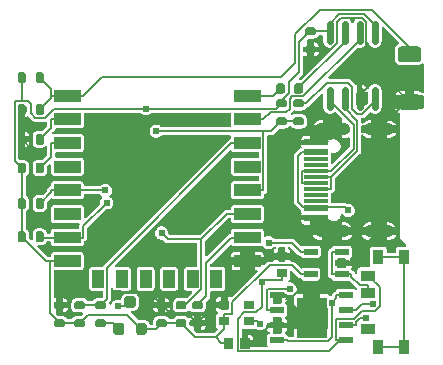
<source format=gtl>
G04 Layer: TopLayer*
G04 EasyEDA v6.4.25, 2021-11-23T22:35:47+08:00*
G04 b1e9ac58b82e44e2a900f0cbd8408905,45ba98ba689c459a8d72e4540021d05b,10*
G04 Gerber Generator version 0.2*
G04 Scale: 100 percent, Rotated: No, Reflected: No *
G04 Dimensions in millimeters *
G04 leading zeros omitted , absolute positions ,4 integer and 5 decimal *
%FSLAX45Y45*%
%MOMM*%

%ADD11C,0.1520*%
%ADD12C,0.6096*%
%ADD13C,0.6100*%
%ADD14R,0.9000X0.8000*%
%ADD15R,2.0000X0.6000*%
%ADD16R,2.0000X0.3000*%
%ADD17R,1.3000X0.9000*%
%ADD18R,0.9000X1.3000*%
%ADD20R,1.1989X0.5512*%
%ADD22R,1.0000X1.5000*%
%ADD23R,1.2000X0.6000*%
%ADD24R,2.5000X3.4999*%
%ADD25C,1.0000*%

%LPD*%
G36*
X2921000Y1312011D02*
G01*
X2916682Y1312926D01*
X2913227Y1315618D01*
X2911195Y1319530D01*
X2910433Y1322273D01*
X2906318Y1331163D01*
X2901543Y1337970D01*
X2899867Y1342034D01*
X2900019Y1346454D01*
X2902051Y1350314D01*
X2905556Y1353007D01*
X2909874Y1353972D01*
X2932125Y1353972D01*
X2936443Y1353007D01*
X2939948Y1350314D01*
X2941980Y1346454D01*
X2942132Y1342034D01*
X2940456Y1337970D01*
X2935681Y1331163D01*
X2931566Y1322273D01*
X2930804Y1319530D01*
X2928772Y1315618D01*
X2925318Y1312926D01*
G37*

%LPD*%
G36*
X2482646Y832662D02*
G01*
X2477211Y832815D01*
X2473350Y833678D01*
X2470150Y835914D01*
X2468067Y839216D01*
X2467356Y843076D01*
X2468118Y846886D01*
X2470302Y850137D01*
X2494432Y874318D01*
X2499207Y880160D01*
X2502357Y886409D01*
X2504236Y893267D01*
X2504643Y898753D01*
X2504643Y1027633D01*
X2505405Y1031494D01*
X2507640Y1034796D01*
X2510942Y1037031D01*
X2514803Y1037793D01*
X2518714Y1037031D01*
X2527503Y1033373D01*
X2532837Y1031748D01*
X2536545Y1031392D01*
X2536545Y1068222D01*
X2514803Y1068222D01*
X2510942Y1069035D01*
X2507640Y1071219D01*
X2505405Y1074521D01*
X2504643Y1078382D01*
X2504643Y1105763D01*
X2505405Y1109675D01*
X2507640Y1112977D01*
X2510942Y1115161D01*
X2514803Y1115923D01*
X2536545Y1115923D01*
X2536545Y1159052D01*
X2535682Y1163015D01*
X2536444Y1166977D01*
X2538679Y1170330D01*
X2548890Y1180592D01*
X2552192Y1182776D01*
X2556103Y1183589D01*
X2592425Y1183589D01*
X2597962Y1184097D01*
X2603296Y1185722D01*
X2614726Y1190498D01*
X2619654Y1193088D01*
X2623566Y1196340D01*
X2626766Y1200251D01*
X2629662Y1205585D01*
X2631897Y1208430D01*
X2634996Y1210310D01*
X2638602Y1210970D01*
X2663952Y1210970D01*
X2667863Y1210208D01*
X2671114Y1207973D01*
X2673350Y1204671D01*
X2674112Y1200810D01*
X2674112Y1161186D01*
X2675026Y1150975D01*
X2677566Y1141476D01*
X2681681Y1132586D01*
X2687320Y1124508D01*
X2694279Y1117600D01*
X2702306Y1111961D01*
X2711246Y1107795D01*
X2720695Y1105255D01*
X2730500Y1104392D01*
X2733802Y1104696D01*
X2737866Y1104239D01*
X2741472Y1102156D01*
X2743911Y1098854D01*
X2744825Y1094892D01*
X2744114Y1090828D01*
X2741879Y1087374D01*
X2490114Y835609D01*
X2486660Y833374D01*
G37*

%LPC*%
G36*
X2594254Y1031392D02*
G01*
X2597962Y1031748D01*
X2603296Y1033373D01*
X2614726Y1038098D01*
X2619654Y1040739D01*
X2623566Y1043940D01*
X2626766Y1047851D01*
X2629408Y1052779D01*
X2634132Y1064209D01*
X2635351Y1068222D01*
X2594254Y1068222D01*
G37*
G36*
X2594254Y1115923D02*
G01*
X2635351Y1115923D01*
X2634132Y1119987D01*
X2629408Y1131417D01*
X2626766Y1136345D01*
X2623566Y1140256D01*
X2619654Y1143457D01*
X2614726Y1146098D01*
X2603296Y1150823D01*
X2597962Y1152448D01*
X2594254Y1152804D01*
G37*

%LPD*%
G36*
X515162Y-1193292D02*
G01*
X511606Y-1192682D01*
X508457Y-1190802D01*
X506222Y-1187958D01*
X503326Y-1182573D01*
X500126Y-1178661D01*
X496214Y-1175461D01*
X491286Y-1172819D01*
X479856Y-1168095D01*
X474522Y-1166469D01*
X468985Y-1165910D01*
X432663Y-1165910D01*
X428751Y-1165148D01*
X425450Y-1162964D01*
X415239Y-1152702D01*
X413004Y-1149299D01*
X412242Y-1145336D01*
X413105Y-1141374D01*
X413105Y-1098296D01*
X402285Y-1098296D01*
X398373Y-1097534D01*
X395071Y-1095298D01*
X392887Y-1091996D01*
X392125Y-1088136D01*
X392125Y-1060754D01*
X392887Y-1056843D01*
X395071Y-1053541D01*
X398373Y-1051356D01*
X402285Y-1050594D01*
X413105Y-1050594D01*
X413105Y-1013714D01*
X409448Y-1014069D01*
X405231Y-1015339D01*
X401472Y-1015746D01*
X397814Y-1014780D01*
X394817Y-1012545D01*
X392785Y-1009345D01*
X392125Y-1005636D01*
X392125Y-787349D01*
X392887Y-783488D01*
X395071Y-780186D01*
X398373Y-777951D01*
X402285Y-777189D01*
X619404Y-777189D01*
X625754Y-776478D01*
X631190Y-774598D01*
X636117Y-771499D01*
X640181Y-767384D01*
X643280Y-762508D01*
X645210Y-757021D01*
X645922Y-750722D01*
X645922Y-651865D01*
X645210Y-645566D01*
X643280Y-640080D01*
X640181Y-635203D01*
X636117Y-631088D01*
X631190Y-627989D01*
X625754Y-626110D01*
X619404Y-625398D01*
X395579Y-625398D01*
X389229Y-626110D01*
X383794Y-627989D01*
X378866Y-631088D01*
X374802Y-635203D01*
X371703Y-640080D01*
X369773Y-645566D01*
X369062Y-651865D01*
X369062Y-657606D01*
X368300Y-661517D01*
X366115Y-664819D01*
X362813Y-667004D01*
X358902Y-667766D01*
X345998Y-667766D01*
X342087Y-667004D01*
X338785Y-664819D01*
X257556Y-583590D01*
X255371Y-580288D01*
X254558Y-576376D01*
X255371Y-572516D01*
X257556Y-569214D01*
X260858Y-566978D01*
X264718Y-566216D01*
X291338Y-566216D01*
X296875Y-565708D01*
X302209Y-564083D01*
X313639Y-559308D01*
X318566Y-556717D01*
X322478Y-553466D01*
X325678Y-549554D01*
X328320Y-544626D01*
X329793Y-541070D01*
X331978Y-537768D01*
X335280Y-535584D01*
X339191Y-534822D01*
X358902Y-534822D01*
X362813Y-535584D01*
X366115Y-537768D01*
X368300Y-541070D01*
X369062Y-544982D01*
X369062Y-550722D01*
X369773Y-557022D01*
X371703Y-562508D01*
X374802Y-567385D01*
X378866Y-571500D01*
X383794Y-574598D01*
X389229Y-576478D01*
X395579Y-577189D01*
X619404Y-577189D01*
X625754Y-576478D01*
X631190Y-574598D01*
X636117Y-571500D01*
X640181Y-567385D01*
X643280Y-562508D01*
X645210Y-557022D01*
X645922Y-550722D01*
X645922Y-542899D01*
X646734Y-538886D01*
X649071Y-535533D01*
X652576Y-533400D01*
X656691Y-531876D01*
X662736Y-528370D01*
X667918Y-523697D01*
X672033Y-518058D01*
X674878Y-511657D01*
X676351Y-504799D01*
X676554Y-501040D01*
X676554Y-422046D01*
X677316Y-418134D01*
X679500Y-414832D01*
X828497Y-265836D01*
X832205Y-263499D01*
X836574Y-262940D01*
X840130Y-263245D01*
X849884Y-262382D01*
X859383Y-259842D01*
X868273Y-255676D01*
X876350Y-250037D01*
X883310Y-243078D01*
X888898Y-235051D01*
X893064Y-226161D01*
X895603Y-216662D01*
X896467Y-206857D01*
X895603Y-197053D01*
X893064Y-187553D01*
X888898Y-178663D01*
X883310Y-170637D01*
X876350Y-163677D01*
X868324Y-158089D01*
X865378Y-154838D01*
X864057Y-150622D01*
X864616Y-146304D01*
X867003Y-142595D01*
X872032Y-137515D01*
X877671Y-129489D01*
X881837Y-120599D01*
X884377Y-111099D01*
X885240Y-101295D01*
X884377Y-91490D01*
X881837Y-81991D01*
X877671Y-73101D01*
X872032Y-65074D01*
X865073Y-58115D01*
X857046Y-52476D01*
X848156Y-48310D01*
X838657Y-45770D01*
X828852Y-44907D01*
X819048Y-45770D01*
X809548Y-48310D01*
X800658Y-52476D01*
X792632Y-58115D01*
X785926Y-64820D01*
X782624Y-67005D01*
X778713Y-67767D01*
X656082Y-67767D01*
X652170Y-67005D01*
X648868Y-64820D01*
X646684Y-61518D01*
X645922Y-57607D01*
X645922Y-51866D01*
X645210Y-45567D01*
X643280Y-40081D01*
X640181Y-35204D01*
X636117Y-31089D01*
X631190Y-27990D01*
X625754Y-26111D01*
X619404Y-25400D01*
X395579Y-25400D01*
X389229Y-26111D01*
X383794Y-27990D01*
X378866Y-31089D01*
X374802Y-35204D01*
X371703Y-40081D01*
X369773Y-45567D01*
X369062Y-51866D01*
X369062Y-59690D01*
X368249Y-63703D01*
X365912Y-67056D01*
X362407Y-69189D01*
X358292Y-70713D01*
X352247Y-74218D01*
X347065Y-78892D01*
X342950Y-84531D01*
X340106Y-90932D01*
X339242Y-94234D01*
X338582Y-98806D01*
X337616Y-101904D01*
X335737Y-104597D01*
X300634Y-139649D01*
X296875Y-142036D01*
X291338Y-142494D01*
X257302Y-142494D01*
X251764Y-143002D01*
X246430Y-144627D01*
X235000Y-149402D01*
X230073Y-151993D01*
X226161Y-155244D01*
X222961Y-159156D01*
X220319Y-164033D01*
X215544Y-175514D01*
X213969Y-180848D01*
X213410Y-186385D01*
X213410Y-240385D01*
X213969Y-245922D01*
X215544Y-251256D01*
X220319Y-262686D01*
X222961Y-267614D01*
X226161Y-271526D01*
X230073Y-274777D01*
X235000Y-277368D01*
X246430Y-282143D01*
X251764Y-283768D01*
X257302Y-284276D01*
X291338Y-284276D01*
X296875Y-283768D01*
X302209Y-282143D01*
X313639Y-277368D01*
X318566Y-274777D01*
X322478Y-271526D01*
X325678Y-267614D01*
X328320Y-262686D01*
X333044Y-251256D01*
X334670Y-245922D01*
X335229Y-240385D01*
X335229Y-204063D01*
X335991Y-200152D01*
X338175Y-196850D01*
X364032Y-171043D01*
X367334Y-168808D01*
X371246Y-168046D01*
X375107Y-168808D01*
X378866Y-171500D01*
X383794Y-174599D01*
X389229Y-176479D01*
X395579Y-177190D01*
X619404Y-177190D01*
X625754Y-176479D01*
X631190Y-174599D01*
X636117Y-171500D01*
X640181Y-167386D01*
X643280Y-162509D01*
X645210Y-157022D01*
X645922Y-150723D01*
X645922Y-144983D01*
X646684Y-141071D01*
X648868Y-137769D01*
X652170Y-135585D01*
X656082Y-134823D01*
X778713Y-134823D01*
X782624Y-135585D01*
X785926Y-137769D01*
X792632Y-144475D01*
X800608Y-150063D01*
X803605Y-153314D01*
X804926Y-157530D01*
X804316Y-161848D01*
X801979Y-165557D01*
X796899Y-170637D01*
X791311Y-178663D01*
X787146Y-187553D01*
X784606Y-197053D01*
X783742Y-206857D01*
X784047Y-210413D01*
X783488Y-214782D01*
X781100Y-218490D01*
X663244Y-336346D01*
X659942Y-338531D01*
X656082Y-339293D01*
X652170Y-338531D01*
X648868Y-336346D01*
X646684Y-333044D01*
X645922Y-329133D01*
X645922Y-251866D01*
X645210Y-245567D01*
X643280Y-240080D01*
X640181Y-235204D01*
X636117Y-231089D01*
X631190Y-227990D01*
X625754Y-226110D01*
X619404Y-225399D01*
X395579Y-225399D01*
X389229Y-226110D01*
X383794Y-227990D01*
X378866Y-231089D01*
X374802Y-235204D01*
X371703Y-240080D01*
X369773Y-245567D01*
X369062Y-251866D01*
X369062Y-350723D01*
X369773Y-357022D01*
X371703Y-362508D01*
X374802Y-367385D01*
X378866Y-371500D01*
X383794Y-374599D01*
X389229Y-376478D01*
X395579Y-377190D01*
X602742Y-377190D01*
X606755Y-378053D01*
X610108Y-380390D01*
X612292Y-383895D01*
X612851Y-387959D01*
X609955Y-398830D01*
X609498Y-404317D01*
X609498Y-415239D01*
X608736Y-419100D01*
X606552Y-422401D01*
X603250Y-424637D01*
X599338Y-425399D01*
X395579Y-425399D01*
X389229Y-426110D01*
X383794Y-427990D01*
X378866Y-431088D01*
X374802Y-435203D01*
X371703Y-440080D01*
X369773Y-445566D01*
X369062Y-451866D01*
X369062Y-457606D01*
X368300Y-461518D01*
X366115Y-464820D01*
X362813Y-467004D01*
X358902Y-467766D01*
X343712Y-467766D01*
X339547Y-466902D01*
X336092Y-464312D01*
X334010Y-460552D01*
X333044Y-457454D01*
X328320Y-445973D01*
X325678Y-441096D01*
X322478Y-437184D01*
X318566Y-433933D01*
X313639Y-431342D01*
X302209Y-426567D01*
X296875Y-424942D01*
X291338Y-424434D01*
X257302Y-424434D01*
X251764Y-424942D01*
X246430Y-426567D01*
X235000Y-431342D01*
X230073Y-433933D01*
X226161Y-437184D01*
X222961Y-441096D01*
X220319Y-445973D01*
X215544Y-457454D01*
X213969Y-462788D01*
X213410Y-468325D01*
X213410Y-514908D01*
X212648Y-518769D01*
X210413Y-522071D01*
X207111Y-524306D01*
X203250Y-525068D01*
X199339Y-524306D01*
X196037Y-522071D01*
X185826Y-511809D01*
X183591Y-508558D01*
X182829Y-504647D01*
X182829Y-468325D01*
X182270Y-462788D01*
X180695Y-457454D01*
X175920Y-445973D01*
X173329Y-441096D01*
X170078Y-437184D01*
X166166Y-433933D01*
X160782Y-431088D01*
X157937Y-428802D01*
X156057Y-425704D01*
X155448Y-422097D01*
X155448Y-286562D01*
X156057Y-283006D01*
X157937Y-279908D01*
X160782Y-277622D01*
X166166Y-274777D01*
X170078Y-271526D01*
X173329Y-267614D01*
X175920Y-262686D01*
X180695Y-251256D01*
X182270Y-245922D01*
X182829Y-240385D01*
X182829Y-186385D01*
X182270Y-180848D01*
X180695Y-175514D01*
X175920Y-164033D01*
X173329Y-159156D01*
X170078Y-155244D01*
X166166Y-151993D01*
X160782Y-149148D01*
X157937Y-146862D01*
X156057Y-143764D01*
X155448Y-140157D01*
X155448Y13157D01*
X156057Y16713D01*
X157937Y19812D01*
X160782Y22098D01*
X166166Y24942D01*
X170078Y28194D01*
X173329Y32105D01*
X175920Y37033D01*
X180695Y48463D01*
X182270Y53797D01*
X182829Y59334D01*
X182829Y113334D01*
X182270Y118872D01*
X180695Y124206D01*
X175920Y135686D01*
X173329Y140563D01*
X170078Y144475D01*
X166166Y147726D01*
X161239Y150317D01*
X149809Y155092D01*
X144475Y156718D01*
X138938Y157226D01*
X104902Y157226D01*
X100736Y157734D01*
X97129Y159867D01*
X94691Y163271D01*
X93827Y167386D01*
X93827Y608584D01*
X94589Y612444D01*
X96824Y615746D01*
X100126Y617982D01*
X103987Y618744D01*
X140614Y618744D01*
X144526Y617982D01*
X147828Y615746D01*
X150012Y612444D01*
X150774Y608025D01*
X154432Y608025D01*
X158343Y607263D01*
X161645Y605078D01*
X163830Y601776D01*
X164592Y597865D01*
X164592Y570484D01*
X163830Y566623D01*
X161645Y563321D01*
X158343Y561086D01*
X154432Y560324D01*
X150774Y560324D01*
X150774Y515823D01*
X161239Y520192D01*
X169418Y524611D01*
X173126Y525119D01*
X176733Y524256D01*
X179781Y522122D01*
X212648Y489305D01*
X218490Y484581D01*
X224739Y481380D01*
X231597Y479551D01*
X237083Y479094D01*
X319074Y479094D01*
X327202Y479958D01*
X331419Y479551D01*
X335076Y477418D01*
X337566Y474014D01*
X338429Y469849D01*
X338429Y445922D01*
X337667Y442061D01*
X335483Y438759D01*
X300634Y403910D01*
X296875Y401523D01*
X291338Y401066D01*
X257302Y401066D01*
X251764Y400558D01*
X246430Y398932D01*
X235000Y394157D01*
X230073Y391566D01*
X226161Y388315D01*
X222961Y384403D01*
X220319Y379526D01*
X215544Y368046D01*
X213969Y362712D01*
X213410Y357174D01*
X213410Y303174D01*
X213969Y297637D01*
X215544Y292303D01*
X220319Y280873D01*
X222961Y275945D01*
X226161Y272034D01*
X230073Y268782D01*
X235000Y266192D01*
X246430Y261416D01*
X251764Y259791D01*
X257302Y259283D01*
X291338Y259283D01*
X296875Y259791D01*
X302209Y261416D01*
X313639Y266192D01*
X318566Y268782D01*
X321868Y271526D01*
X325170Y273304D01*
X328930Y273812D01*
X332638Y272846D01*
X335686Y270611D01*
X337718Y267360D01*
X338429Y263652D01*
X338429Y202082D01*
X337667Y198221D01*
X335483Y194919D01*
X300634Y160070D01*
X296875Y157683D01*
X291338Y157226D01*
X257302Y157226D01*
X251764Y156718D01*
X246430Y155092D01*
X235000Y150317D01*
X230073Y147726D01*
X226161Y144475D01*
X222961Y140563D01*
X220319Y135686D01*
X215544Y124206D01*
X213969Y118872D01*
X213410Y113334D01*
X213410Y59334D01*
X213969Y53797D01*
X215544Y48463D01*
X220319Y37033D01*
X222961Y32105D01*
X226161Y28194D01*
X230073Y24942D01*
X235000Y22352D01*
X246430Y17576D01*
X251764Y15951D01*
X257302Y15443D01*
X291338Y15443D01*
X296875Y15951D01*
X302209Y17576D01*
X313639Y22352D01*
X318566Y24942D01*
X322478Y28194D01*
X325678Y32105D01*
X328320Y37033D01*
X333044Y48463D01*
X334670Y53797D01*
X335229Y59334D01*
X335229Y95656D01*
X335991Y99568D01*
X338175Y102870D01*
X351739Y116382D01*
X355041Y118618D01*
X358902Y119380D01*
X362813Y118618D01*
X366115Y116382D01*
X368300Y113080D01*
X369062Y109220D01*
X369062Y49276D01*
X369773Y42976D01*
X371703Y37490D01*
X374802Y32613D01*
X378866Y28498D01*
X383794Y25400D01*
X389229Y23520D01*
X395579Y22809D01*
X619404Y22809D01*
X625754Y23520D01*
X631190Y25400D01*
X636117Y28498D01*
X640181Y32613D01*
X643280Y37490D01*
X645210Y42976D01*
X645922Y49276D01*
X645922Y148132D01*
X645210Y154432D01*
X643280Y159918D01*
X640181Y164795D01*
X636117Y168910D01*
X631190Y172008D01*
X625754Y173888D01*
X619404Y174599D01*
X415645Y174599D01*
X411734Y175361D01*
X408432Y177596D01*
X406247Y180898D01*
X405485Y184759D01*
X405485Y212648D01*
X406247Y216509D01*
X408432Y219811D01*
X411734Y222046D01*
X415645Y222808D01*
X619404Y222808D01*
X625754Y223520D01*
X631190Y225399D01*
X636117Y228498D01*
X640181Y232613D01*
X643280Y237490D01*
X645210Y242976D01*
X645922Y249275D01*
X645922Y348132D01*
X645210Y354431D01*
X643280Y359918D01*
X640181Y364794D01*
X636117Y368909D01*
X631190Y372008D01*
X625754Y373888D01*
X619404Y374599D01*
X395579Y374599D01*
X391210Y374142D01*
X387096Y374497D01*
X383489Y376529D01*
X380949Y379831D01*
X379933Y383844D01*
X380644Y387908D01*
X382930Y391414D01*
X395274Y403758D01*
X400100Y409701D01*
X402590Y414375D01*
X403352Y416306D01*
X405536Y419709D01*
X408889Y421995D01*
X412851Y422808D01*
X619404Y422808D01*
X625754Y423519D01*
X631190Y425399D01*
X636117Y428498D01*
X640181Y432612D01*
X643280Y437489D01*
X645210Y442976D01*
X645922Y449275D01*
X645922Y546557D01*
X646684Y550418D01*
X648868Y553720D01*
X652170Y555955D01*
X656082Y556717D01*
X1125067Y556717D01*
X1128979Y555955D01*
X1132230Y553720D01*
X1138936Y547014D01*
X1147013Y541426D01*
X1155903Y537260D01*
X1165402Y534720D01*
X1175207Y533857D01*
X1184960Y534720D01*
X1194460Y537260D01*
X1203350Y541426D01*
X1211427Y547014D01*
X1218133Y553720D01*
X1221384Y555955D01*
X1225296Y556717D01*
X1883918Y556717D01*
X1887829Y555955D01*
X1891131Y553720D01*
X1893316Y550418D01*
X1894078Y546557D01*
X1894078Y449275D01*
X1894738Y443534D01*
X1894332Y439318D01*
X1892249Y435609D01*
X1888794Y433120D01*
X1884629Y432257D01*
X1310182Y432257D01*
X1306271Y433019D01*
X1302969Y435203D01*
X1296263Y441909D01*
X1288237Y447548D01*
X1279347Y451713D01*
X1269847Y454253D01*
X1260043Y455117D01*
X1250238Y454253D01*
X1240739Y451713D01*
X1231849Y447548D01*
X1223822Y441909D01*
X1216863Y434949D01*
X1211224Y426923D01*
X1207058Y418033D01*
X1204518Y408533D01*
X1203655Y398729D01*
X1204518Y388924D01*
X1207058Y379425D01*
X1211224Y370535D01*
X1216863Y362508D01*
X1223822Y355549D01*
X1231849Y349910D01*
X1240739Y345744D01*
X1250238Y343204D01*
X1260043Y342341D01*
X1269847Y343204D01*
X1279347Y345744D01*
X1288237Y349910D01*
X1296263Y355549D01*
X1302969Y362254D01*
X1306271Y364439D01*
X1310182Y365201D01*
X1884680Y365201D01*
X1888794Y364337D01*
X1892249Y361848D01*
X1894332Y358140D01*
X1894738Y353923D01*
X1894078Y348132D01*
X1894078Y340156D01*
X1893214Y336042D01*
X1890775Y332638D01*
X1887169Y330555D01*
X1883410Y329285D01*
X1877212Y325678D01*
X1872996Y322122D01*
X819759Y-731113D01*
X815035Y-736955D01*
X809752Y-746963D01*
X806297Y-749503D01*
X802132Y-750417D01*
X720547Y-750417D01*
X714248Y-751128D01*
X708812Y-753008D01*
X703884Y-756107D01*
X699820Y-760171D01*
X696722Y-765098D01*
X694791Y-770534D01*
X694080Y-776884D01*
X694080Y-925728D01*
X694791Y-932078D01*
X696722Y-937514D01*
X699820Y-942441D01*
X703884Y-946505D01*
X708812Y-949604D01*
X714248Y-951484D01*
X720547Y-952195D01*
X799388Y-952195D01*
X803300Y-953008D01*
X806602Y-955192D01*
X808786Y-958494D01*
X809548Y-962355D01*
X809548Y-1003198D01*
X808786Y-1007110D01*
X806450Y-1010564D01*
X803148Y-1012748D01*
X799236Y-1013510D01*
X762965Y-1013510D01*
X757428Y-1014069D01*
X752094Y-1015695D01*
X740613Y-1020419D01*
X735685Y-1023061D01*
X731774Y-1026261D01*
X728573Y-1030224D01*
X725728Y-1035558D01*
X723442Y-1038402D01*
X720344Y-1040282D01*
X716788Y-1040942D01*
X685393Y-1040942D01*
X681786Y-1040333D01*
X678637Y-1038453D01*
X676402Y-1035608D01*
X673506Y-1030224D01*
X670306Y-1026312D01*
X666394Y-1023061D01*
X661466Y-1020470D01*
X650036Y-1015695D01*
X644702Y-1014120D01*
X639165Y-1013561D01*
X585165Y-1013561D01*
X579628Y-1014120D01*
X574294Y-1015695D01*
X562813Y-1020470D01*
X557885Y-1023061D01*
X553974Y-1026312D01*
X550773Y-1030224D01*
X548132Y-1035151D01*
X543407Y-1046581D01*
X541782Y-1051915D01*
X541223Y-1057452D01*
X541223Y-1091438D01*
X541782Y-1097026D01*
X543407Y-1102309D01*
X548132Y-1113790D01*
X550773Y-1118717D01*
X553974Y-1122629D01*
X557885Y-1125829D01*
X562813Y-1128471D01*
X574294Y-1133195D01*
X579628Y-1134821D01*
X585165Y-1135380D01*
X631698Y-1135380D01*
X635609Y-1136142D01*
X638911Y-1138326D01*
X641096Y-1141628D01*
X641858Y-1145540D01*
X641096Y-1149400D01*
X638911Y-1152702D01*
X628650Y-1162964D01*
X625348Y-1165148D01*
X621436Y-1165910D01*
X585165Y-1165910D01*
X579628Y-1166469D01*
X574294Y-1168095D01*
X562813Y-1172819D01*
X557885Y-1175461D01*
X553974Y-1178661D01*
X550773Y-1182624D01*
X547928Y-1187958D01*
X545642Y-1190802D01*
X542544Y-1192682D01*
X538937Y-1193292D01*
G37*

%LPC*%
G36*
X150774Y354025D02*
G01*
X182829Y354025D01*
X182829Y357174D01*
X182270Y362712D01*
X180695Y368046D01*
X175920Y379526D01*
X173329Y384403D01*
X170078Y388315D01*
X166166Y391566D01*
X161239Y394157D01*
X150774Y398526D01*
G37*
G36*
X150774Y261823D02*
G01*
X161239Y266192D01*
X166166Y268782D01*
X170078Y272034D01*
X173329Y275945D01*
X175920Y280873D01*
X180695Y292303D01*
X182270Y297637D01*
X182829Y303174D01*
X182829Y306324D01*
X150774Y306324D01*
G37*
G36*
X470814Y-1050594D02*
G01*
X511962Y-1050594D01*
X510692Y-1046581D01*
X505968Y-1035100D01*
X503326Y-1030224D01*
X500126Y-1026261D01*
X496214Y-1023061D01*
X491286Y-1020419D01*
X479856Y-1015695D01*
X474522Y-1014069D01*
X470814Y-1013714D01*
G37*
G36*
X470814Y-1135176D02*
G01*
X474522Y-1134821D01*
X479856Y-1133195D01*
X491286Y-1128420D01*
X496214Y-1125829D01*
X500126Y-1122578D01*
X503326Y-1118666D01*
X505968Y-1113790D01*
X510692Y-1102309D01*
X511962Y-1098296D01*
X470814Y-1098296D01*
G37*

%LPD*%
G36*
X2392222Y-1345692D02*
G01*
X2389632Y-1345336D01*
X2387193Y-1344371D01*
X2381402Y-1341069D01*
X2375306Y-1339088D01*
X2372512Y-1337665D01*
X2370328Y-1335532D01*
X2368042Y-1330401D01*
X2364943Y-1325524D01*
X2360828Y-1321409D01*
X2355951Y-1318310D01*
X2354173Y-1317701D01*
X2350617Y-1315567D01*
X2348230Y-1312164D01*
X2347366Y-1308100D01*
X2348230Y-1304036D01*
X2350617Y-1300683D01*
X2354173Y-1298549D01*
X2355951Y-1297889D01*
X2360828Y-1294841D01*
X2364943Y-1290726D01*
X2368042Y-1285849D01*
X2369921Y-1280363D01*
X2370632Y-1274064D01*
X2370632Y-1265986D01*
X2321102Y-1265986D01*
X2321102Y-1305560D01*
X2320340Y-1309420D01*
X2318105Y-1312722D01*
X2314803Y-1314958D01*
X2310942Y-1315720D01*
X2258568Y-1315720D01*
X2254656Y-1314958D01*
X2251354Y-1312722D01*
X2249170Y-1309420D01*
X2248408Y-1305560D01*
X2248408Y-1265986D01*
X2199030Y-1265986D01*
X2195068Y-1265174D01*
X2191715Y-1262888D01*
X2189530Y-1259433D01*
X2188870Y-1255471D01*
X2189784Y-1251508D01*
X2190902Y-1249172D01*
X2193442Y-1239672D01*
X2194102Y-1232560D01*
X2195068Y-1228953D01*
X2197354Y-1225956D01*
X2200503Y-1223975D01*
X2204212Y-1223264D01*
X2248408Y-1223264D01*
X2248408Y-1183690D01*
X2249170Y-1179779D01*
X2251354Y-1176528D01*
X2254656Y-1174292D01*
X2258568Y-1173530D01*
X2310942Y-1173530D01*
X2314803Y-1174292D01*
X2318105Y-1176528D01*
X2320340Y-1179779D01*
X2321102Y-1183690D01*
X2321102Y-1223264D01*
X2370632Y-1223264D01*
X2370632Y-1215186D01*
X2369921Y-1208887D01*
X2368042Y-1203401D01*
X2364943Y-1198524D01*
X2360828Y-1194409D01*
X2355951Y-1191310D01*
X2354173Y-1190701D01*
X2350617Y-1188567D01*
X2348230Y-1185164D01*
X2347366Y-1181100D01*
X2348230Y-1177036D01*
X2350617Y-1173683D01*
X2354173Y-1171549D01*
X2355951Y-1170889D01*
X2360828Y-1167841D01*
X2364943Y-1163726D01*
X2368042Y-1158849D01*
X2369921Y-1153363D01*
X2370632Y-1147064D01*
X2370632Y-1088186D01*
X2369921Y-1081887D01*
X2368042Y-1076401D01*
X2364943Y-1071524D01*
X2360828Y-1067409D01*
X2355951Y-1064310D01*
X2354173Y-1063701D01*
X2350617Y-1061567D01*
X2348230Y-1058164D01*
X2347366Y-1054100D01*
X2348230Y-1050036D01*
X2350617Y-1046683D01*
X2354173Y-1044549D01*
X2355951Y-1043889D01*
X2360828Y-1040841D01*
X2364943Y-1036726D01*
X2368042Y-1031849D01*
X2369921Y-1026363D01*
X2370632Y-1020064D01*
X2370632Y-1011986D01*
X2321102Y-1011986D01*
X2321102Y-1051560D01*
X2320340Y-1055420D01*
X2318105Y-1058722D01*
X2314803Y-1060958D01*
X2310942Y-1061720D01*
X2258568Y-1061720D01*
X2254656Y-1060958D01*
X2251354Y-1058722D01*
X2249170Y-1055420D01*
X2248408Y-1051560D01*
X2248408Y-1011986D01*
X2245360Y-1011986D01*
X2241499Y-1011174D01*
X2238197Y-1008989D01*
X2235962Y-1005687D01*
X2235200Y-1001826D01*
X2235200Y-981252D01*
X2235962Y-977341D01*
X2238197Y-974039D01*
X2241499Y-971854D01*
X2245360Y-971092D01*
X2343353Y-971092D01*
X2347264Y-971854D01*
X2350566Y-974039D01*
X2357272Y-980744D01*
X2365298Y-986383D01*
X2374188Y-990549D01*
X2379675Y-991971D01*
X2381351Y-992835D01*
X2393492Y-993952D01*
X2403297Y-993089D01*
X2412492Y-990600D01*
X2416454Y-990346D01*
X2420162Y-991565D01*
X2423160Y-994156D01*
X2424938Y-997661D01*
X2425242Y-1001572D01*
X2424684Y-1006703D01*
X2424684Y-1087272D01*
X2506726Y-1087272D01*
X2506726Y-980236D01*
X2451506Y-980236D01*
X2447544Y-979424D01*
X2444191Y-977137D01*
X2442006Y-973683D01*
X2441346Y-969721D01*
X2442311Y-965758D01*
X2446477Y-956868D01*
X2449017Y-947369D01*
X2449880Y-937564D01*
X2449017Y-927760D01*
X2446477Y-918260D01*
X2442311Y-909370D01*
X2436672Y-901344D01*
X2429713Y-894384D01*
X2421686Y-888746D01*
X2412796Y-884580D01*
X2403297Y-882040D01*
X2393492Y-881176D01*
X2389835Y-881532D01*
X2385415Y-880922D01*
X2381656Y-878433D01*
X2379319Y-874623D01*
X2378862Y-870153D01*
X2380386Y-865936D01*
X2383536Y-862787D01*
X2385212Y-861720D01*
X2389327Y-857656D01*
X2392375Y-852728D01*
X2394305Y-847293D01*
X2395016Y-840943D01*
X2395016Y-792276D01*
X2395778Y-788365D01*
X2398014Y-785063D01*
X2401265Y-782878D01*
X2405176Y-782116D01*
X2409088Y-782878D01*
X2412339Y-785063D01*
X2463444Y-836117D01*
X2469286Y-840892D01*
X2475636Y-844092D01*
X2480665Y-845616D01*
X2483408Y-846886D01*
X2485694Y-848918D01*
X2490317Y-856487D01*
X2494432Y-860602D01*
X2499309Y-863650D01*
X2504795Y-865581D01*
X2511094Y-866292D01*
X2629865Y-866292D01*
X2636164Y-865581D01*
X2641650Y-863650D01*
X2646527Y-860602D01*
X2650642Y-856487D01*
X2653741Y-851611D01*
X2655620Y-846124D01*
X2656332Y-839825D01*
X2656332Y-785825D01*
X2655620Y-779526D01*
X2653741Y-774039D01*
X2650642Y-769162D01*
X2646527Y-765048D01*
X2641650Y-762000D01*
X2636164Y-760069D01*
X2629865Y-759358D01*
X2511094Y-759358D01*
X2504795Y-760069D01*
X2499309Y-762000D01*
X2496820Y-763574D01*
X2493670Y-764895D01*
X2490266Y-765048D01*
X2486964Y-764133D01*
X2484221Y-762152D01*
X2436672Y-714654D01*
X2430830Y-709879D01*
X2424582Y-706729D01*
X2417724Y-704850D01*
X2412238Y-704443D01*
X2405176Y-704443D01*
X2401265Y-703681D01*
X2398014Y-701446D01*
X2395778Y-698144D01*
X2395016Y-694283D01*
X2395016Y-687882D01*
X2352954Y-687882D01*
X2352954Y-694283D01*
X2352192Y-698144D01*
X2350008Y-701446D01*
X2346706Y-703681D01*
X2342794Y-704443D01*
X2305405Y-704443D01*
X2301544Y-703681D01*
X2298242Y-701446D01*
X2296058Y-698144D01*
X2295245Y-694283D01*
X2295245Y-687882D01*
X2253183Y-687882D01*
X2253183Y-694283D01*
X2252421Y-698144D01*
X2250236Y-701446D01*
X2246934Y-703681D01*
X2243023Y-704443D01*
X2219909Y-704443D01*
X2212441Y-705205D01*
X2205786Y-707390D01*
X2199640Y-710946D01*
X2195423Y-714552D01*
X2180285Y-729691D01*
X2176983Y-731875D01*
X2173122Y-732637D01*
X2095093Y-732637D01*
X2095093Y-777189D01*
X2108250Y-777189D01*
X2112111Y-777951D01*
X2115413Y-780186D01*
X2117598Y-783488D01*
X2118410Y-787349D01*
X2117598Y-791260D01*
X2115413Y-794562D01*
X1904593Y-1005382D01*
X1901443Y-1007516D01*
X1897735Y-1008329D01*
X1893925Y-1007770D01*
X1887118Y-1005281D01*
X1880870Y-1004569D01*
X1865274Y-1004569D01*
X1865274Y-1044600D01*
X1868982Y-1046734D01*
X1871472Y-1050137D01*
X1872335Y-1054303D01*
X1872335Y-1086662D01*
X1871472Y-1090828D01*
X1868982Y-1094232D01*
X1865274Y-1096365D01*
X1865274Y-1103782D01*
X1864512Y-1107643D01*
X1862328Y-1110945D01*
X1859025Y-1113180D01*
X1855114Y-1113942D01*
X1836674Y-1113942D01*
X1832914Y-1114145D01*
X1826158Y-1115568D01*
X1821586Y-1117447D01*
X1817674Y-1118158D01*
X1813814Y-1117396D01*
X1810512Y-1115161D01*
X1808327Y-1111910D01*
X1807565Y-1107998D01*
X1807565Y-1096822D01*
X1765503Y-1096822D01*
X1765503Y-1109929D01*
X1766214Y-1116228D01*
X1768144Y-1121714D01*
X1771243Y-1126591D01*
X1775307Y-1130706D01*
X1777187Y-1131874D01*
X1780133Y-1134719D01*
X1781759Y-1138428D01*
X1781759Y-1142542D01*
X1780133Y-1146251D01*
X1777187Y-1149096D01*
X1775307Y-1150264D01*
X1771243Y-1154379D01*
X1768144Y-1159256D01*
X1766214Y-1164742D01*
X1765503Y-1171041D01*
X1765503Y-1249883D01*
X1766214Y-1256233D01*
X1768144Y-1261668D01*
X1771192Y-1266545D01*
X1776425Y-1271625D01*
X1778660Y-1274927D01*
X1779473Y-1278839D01*
X1778711Y-1282750D01*
X1776475Y-1286103D01*
X1752447Y-1310132D01*
X1749145Y-1312316D01*
X1745234Y-1313078D01*
X1608531Y-1313078D01*
X1604619Y-1312316D01*
X1601317Y-1310132D01*
X1581962Y-1290777D01*
X1579778Y-1287475D01*
X1578965Y-1283563D01*
X1578965Y-1250696D01*
X1551736Y-1250696D01*
X1547876Y-1249934D01*
X1544574Y-1247698D01*
X1542338Y-1244396D01*
X1541576Y-1240536D01*
X1541576Y-1213154D01*
X1542338Y-1209243D01*
X1544574Y-1205941D01*
X1547876Y-1203756D01*
X1551736Y-1202994D01*
X1578965Y-1202994D01*
X1578965Y-1166114D01*
X1575308Y-1166469D01*
X1569974Y-1168095D01*
X1558493Y-1172819D01*
X1553565Y-1175461D01*
X1549654Y-1178661D01*
X1547114Y-1181811D01*
X1543608Y-1184554D01*
X1539240Y-1185519D01*
X1534922Y-1184554D01*
X1531416Y-1181811D01*
X1528826Y-1178661D01*
X1524914Y-1175461D01*
X1519986Y-1172819D01*
X1508556Y-1168095D01*
X1503222Y-1166469D01*
X1497685Y-1165910D01*
X1443685Y-1165910D01*
X1438148Y-1166469D01*
X1432814Y-1168095D01*
X1421333Y-1172819D01*
X1416405Y-1175461D01*
X1412494Y-1178661D01*
X1409293Y-1182624D01*
X1406448Y-1187958D01*
X1404162Y-1190802D01*
X1401064Y-1192682D01*
X1397457Y-1193342D01*
X1378813Y-1193342D01*
X1375206Y-1192682D01*
X1372057Y-1190802D01*
X1369822Y-1187958D01*
X1366926Y-1182573D01*
X1363726Y-1178661D01*
X1359814Y-1175461D01*
X1354886Y-1172819D01*
X1343456Y-1168095D01*
X1338122Y-1166469D01*
X1332585Y-1165910D01*
X1278585Y-1165910D01*
X1273048Y-1166469D01*
X1267714Y-1168095D01*
X1256233Y-1172819D01*
X1251305Y-1175461D01*
X1247394Y-1178661D01*
X1244193Y-1182573D01*
X1241552Y-1187500D01*
X1236827Y-1198930D01*
X1235202Y-1204264D01*
X1234643Y-1209802D01*
X1234643Y-1229614D01*
X1233881Y-1233525D01*
X1231696Y-1236827D01*
X1228394Y-1239012D01*
X1224483Y-1239774D01*
X1213205Y-1239774D01*
X1209294Y-1239012D01*
X1205992Y-1236827D01*
X1203807Y-1233525D01*
X1198524Y-1220825D01*
X1195933Y-1215898D01*
X1192682Y-1211986D01*
X1188770Y-1208735D01*
X1183894Y-1206144D01*
X1167993Y-1199540D01*
X1162659Y-1197914D01*
X1157122Y-1197406D01*
X1110589Y-1197406D01*
X1106170Y-1196848D01*
X1102410Y-1194460D01*
X1049477Y-1141577D01*
X1047292Y-1138275D01*
X1046530Y-1134364D01*
X1047292Y-1130503D01*
X1049477Y-1127201D01*
X1052779Y-1124966D01*
X1056690Y-1124204D01*
X1062126Y-1124204D01*
X1067663Y-1123645D01*
X1072997Y-1122070D01*
X1088847Y-1115466D01*
X1093774Y-1112824D01*
X1097686Y-1109624D01*
X1100937Y-1105712D01*
X1103528Y-1100785D01*
X1110132Y-1084935D01*
X1111758Y-1079601D01*
X1112266Y-1074064D01*
X1112266Y-1022553D01*
X1111758Y-1017016D01*
X1110132Y-1011682D01*
X1103528Y-995781D01*
X1100937Y-990904D01*
X1097686Y-986993D01*
X1093774Y-983742D01*
X1088847Y-981151D01*
X1072997Y-974547D01*
X1067663Y-972921D01*
X1062126Y-972413D01*
X1021232Y-972413D01*
X1017473Y-971550D01*
X1014679Y-972464D01*
X1010056Y-972921D01*
X1004773Y-974547D01*
X988872Y-981151D01*
X983945Y-983742D01*
X980033Y-986993D01*
X976833Y-990904D01*
X974191Y-995781D01*
X967638Y-1011682D01*
X966012Y-1017016D01*
X965555Y-1021740D01*
X964184Y-1025906D01*
X961186Y-1029106D01*
X957173Y-1030782D01*
X952804Y-1030579D01*
X942898Y-1027937D01*
X933094Y-1027074D01*
X923290Y-1027937D01*
X913790Y-1030478D01*
X904900Y-1034643D01*
X896874Y-1040231D01*
X889304Y-1047851D01*
X885240Y-1050188D01*
X884428Y-1054912D01*
X880211Y-1063955D01*
X877468Y-1067460D01*
X873506Y-1069492D01*
X868984Y-1069594D01*
X864920Y-1067765D01*
X862025Y-1064361D01*
X860856Y-1060043D01*
X860704Y-1055674D01*
X861314Y-1051712D01*
X863447Y-1048359D01*
X867816Y-1043686D01*
X871118Y-1041298D01*
X871931Y-1040231D01*
X872896Y-1036319D01*
X874268Y-1033424D01*
X876147Y-1026414D01*
X876604Y-1020927D01*
X876604Y-939800D01*
X877366Y-935837D01*
X879652Y-932484D01*
X883107Y-930300D01*
X887069Y-929640D01*
X890981Y-930554D01*
X894283Y-932942D01*
X896721Y-937514D01*
X899820Y-942441D01*
X903884Y-946505D01*
X908812Y-949604D01*
X914247Y-951484D01*
X920546Y-952195D01*
X1013714Y-952195D01*
X1017473Y-953058D01*
X1020114Y-952144D01*
X1025753Y-951484D01*
X1031189Y-949604D01*
X1036116Y-946505D01*
X1040180Y-942441D01*
X1043279Y-937514D01*
X1045210Y-932078D01*
X1045921Y-925728D01*
X1045921Y-776884D01*
X1045210Y-770534D01*
X1043279Y-765098D01*
X1040180Y-760171D01*
X1036116Y-756107D01*
X1031189Y-753008D01*
X1025753Y-751128D01*
X1019454Y-750417D01*
X920496Y-750417D01*
X916432Y-749858D01*
X912926Y-747776D01*
X910539Y-744474D01*
X909624Y-740511D01*
X910336Y-736498D01*
X912571Y-733094D01*
X1882495Y236829D01*
X1885442Y238861D01*
X1888998Y239775D01*
X1892604Y239369D01*
X1895805Y237693D01*
X1898243Y235051D01*
X1899818Y232613D01*
X1903882Y228498D01*
X1908810Y225399D01*
X1914245Y223520D01*
X1920595Y222808D01*
X2124354Y222808D01*
X2128266Y222046D01*
X2131568Y219811D01*
X2133752Y216509D01*
X2134514Y212648D01*
X2134514Y184759D01*
X2133752Y180898D01*
X2131568Y177596D01*
X2128266Y175361D01*
X2124354Y174599D01*
X1920595Y174599D01*
X1914245Y173888D01*
X1908810Y172008D01*
X1903882Y168910D01*
X1899818Y164795D01*
X1896719Y159918D01*
X1894789Y154432D01*
X1894078Y148132D01*
X1894078Y49276D01*
X1894789Y42976D01*
X1896719Y37490D01*
X1899818Y32613D01*
X1903882Y28498D01*
X1908810Y25400D01*
X1914245Y23520D01*
X1920595Y22809D01*
X2124354Y22809D01*
X2128266Y22047D01*
X2131568Y19812D01*
X2133752Y16510D01*
X2134514Y12649D01*
X2134514Y-15240D01*
X2133752Y-19100D01*
X2131568Y-22402D01*
X2128266Y-24638D01*
X2124354Y-25400D01*
X1920595Y-25400D01*
X1914245Y-26111D01*
X1908810Y-27990D01*
X1903882Y-31089D01*
X1899818Y-35204D01*
X1896719Y-40081D01*
X1894789Y-45567D01*
X1894078Y-51866D01*
X1894078Y-150723D01*
X1894789Y-157022D01*
X1896719Y-162509D01*
X1899818Y-167386D01*
X1903882Y-171500D01*
X1908810Y-174599D01*
X1914245Y-176479D01*
X1920595Y-177190D01*
X2144420Y-177190D01*
X2150770Y-176479D01*
X2156206Y-174599D01*
X2161133Y-171500D01*
X2165197Y-167386D01*
X2168296Y-162509D01*
X2170226Y-157022D01*
X2170938Y-150723D01*
X2170938Y-142900D01*
X2171750Y-138887D01*
X2174087Y-135534D01*
X2177592Y-133400D01*
X2181707Y-131876D01*
X2187752Y-128371D01*
X2192934Y-123698D01*
X2197049Y-118059D01*
X2199894Y-111658D01*
X2201367Y-104800D01*
X2201570Y-101041D01*
X2201570Y355041D01*
X2202332Y358952D01*
X2204516Y362254D01*
X2207818Y364439D01*
X2211730Y365201D01*
X2234641Y365201D01*
X2242108Y366014D01*
X2248763Y368147D01*
X2254910Y371754D01*
X2259126Y375310D01*
X2302510Y418693D01*
X2305812Y420928D01*
X2309723Y421690D01*
X2346045Y421690D01*
X2351582Y422249D01*
X2356916Y423875D01*
X2368346Y428599D01*
X2373274Y431241D01*
X2377186Y434441D01*
X2380386Y438353D01*
X2382418Y442163D01*
X2385263Y445465D01*
X2389225Y447293D01*
X2393594Y447293D01*
X2397506Y445465D01*
X2400350Y442163D01*
X2402433Y438251D01*
X2405634Y434340D01*
X2409545Y431139D01*
X2414473Y428498D01*
X2425903Y423773D01*
X2431237Y422148D01*
X2436774Y421589D01*
X2490825Y421589D01*
X2496362Y422148D01*
X2501696Y423773D01*
X2513126Y428498D01*
X2518054Y431139D01*
X2521966Y434340D01*
X2525166Y438251D01*
X2527808Y443179D01*
X2532532Y454659D01*
X2534158Y459993D01*
X2534716Y465531D01*
X2534716Y499516D01*
X2534158Y505053D01*
X2532532Y510387D01*
X2527808Y521817D01*
X2525166Y526745D01*
X2521966Y530656D01*
X2518054Y533908D01*
X2513126Y536498D01*
X2501696Y541274D01*
X2496362Y542899D01*
X2490825Y543407D01*
X2436774Y543407D01*
X2431237Y542899D01*
X2425954Y541274D01*
X2413304Y535940D01*
X2409444Y535178D01*
X2405532Y535889D01*
X2402230Y538124D01*
X2399995Y541426D01*
X2399233Y545287D01*
X2399995Y549198D01*
X2402179Y552500D01*
X2412034Y562356D01*
X2416759Y568198D01*
X2419756Y572719D01*
X2422702Y574649D01*
X2426157Y575462D01*
X2431237Y574548D01*
X2436774Y573989D01*
X2490825Y573989D01*
X2496362Y574548D01*
X2501696Y576173D01*
X2513126Y580898D01*
X2518054Y583539D01*
X2521966Y586740D01*
X2525166Y590651D01*
X2528214Y596442D01*
X2530094Y598982D01*
X2532684Y600811D01*
X2538018Y602132D01*
X2544876Y604316D01*
X2551023Y607923D01*
X2555240Y611479D01*
X2656789Y713028D01*
X2660040Y715213D01*
X2663952Y715975D01*
X2667863Y715213D01*
X2671114Y713028D01*
X2673350Y709726D01*
X2674112Y705815D01*
X2674112Y602386D01*
X2675026Y592175D01*
X2677566Y582676D01*
X2681681Y573786D01*
X2687320Y565708D01*
X2694279Y558800D01*
X2702306Y553161D01*
X2711246Y548995D01*
X2720695Y546455D01*
X2730500Y545592D01*
X2740304Y546455D01*
X2749753Y548995D01*
X2758694Y553161D01*
X2766110Y558342D01*
X2769311Y559866D01*
X2772816Y560171D01*
X2776220Y559257D01*
X2779115Y557225D01*
X2830982Y505358D01*
X2833166Y502056D01*
X2833928Y498144D01*
X2833928Y447852D01*
X2884271Y447852D01*
X2888183Y447040D01*
X2891485Y444855D01*
X2894482Y441858D01*
X2896666Y438556D01*
X2897428Y434644D01*
X2897428Y395274D01*
X2896666Y391414D01*
X2894482Y388112D01*
X2891180Y385927D01*
X2887268Y385114D01*
X2833928Y385114D01*
X2833928Y340563D01*
X2852216Y340563D01*
X2863900Y341477D01*
X2874975Y343966D01*
X2883560Y347370D01*
X2887421Y348081D01*
X2891282Y347268D01*
X2894533Y345033D01*
X2896666Y341731D01*
X2897428Y337921D01*
X2897428Y270002D01*
X2896666Y266090D01*
X2894482Y262788D01*
X2757576Y125882D01*
X2754172Y123647D01*
X2750159Y122935D01*
X2746197Y123850D01*
X2742895Y126237D01*
X2740355Y131064D01*
X2739745Y134416D01*
X2740660Y138684D01*
X2741371Y144983D01*
X2741371Y173837D01*
X2740660Y180187D01*
X2739745Y184404D01*
X2740660Y188671D01*
X2741371Y194970D01*
X2741371Y206400D01*
X2742336Y210769D01*
X2745130Y214274D01*
X2749143Y216255D01*
X2753664Y216306D01*
X2756154Y215798D01*
X2766060Y215392D01*
X2775864Y216611D01*
X2785313Y219506D01*
X2794152Y223977D01*
X2802128Y229870D01*
X2808986Y237032D01*
X2814523Y245211D01*
X2818587Y254254D01*
X2821076Y263804D01*
X2821940Y273659D01*
X2821076Y283565D01*
X2818587Y293116D01*
X2814523Y302158D01*
X2808986Y310337D01*
X2802128Y317500D01*
X2794152Y323392D01*
X2785313Y327863D01*
X2775864Y330758D01*
X2766060Y331978D01*
X2756154Y331571D01*
X2746451Y329488D01*
X2737256Y325780D01*
X2730703Y321767D01*
X2728163Y320649D01*
X2725420Y320243D01*
X2718562Y320243D01*
X2719730Y316331D01*
X2719273Y312572D01*
X2717495Y309219D01*
X2715209Y306374D01*
X2710383Y297738D01*
X2707589Y289864D01*
X2705455Y286308D01*
X2702052Y283921D01*
X2697988Y283057D01*
X2668574Y283057D01*
X2665374Y281025D01*
X2661666Y280314D01*
X2569260Y280314D01*
X2565552Y281025D01*
X2562301Y283057D01*
X2489555Y283057D01*
X2489555Y275031D01*
X2490470Y267360D01*
X2490266Y263906D01*
X2488946Y260705D01*
X2486558Y258114D01*
X2483510Y256540D01*
X2478836Y255016D01*
X2472639Y251409D01*
X2468473Y247853D01*
X2435453Y214833D01*
X2430678Y208991D01*
X2427528Y202742D01*
X2425649Y195834D01*
X2425242Y190347D01*
X2425242Y-198475D01*
X2426004Y-205943D01*
X2428189Y-212598D01*
X2431745Y-218795D01*
X2435352Y-222961D01*
X2481935Y-269544D01*
X2485948Y-272948D01*
X2488590Y-276453D01*
X2489555Y-280720D01*
X2489555Y-284988D01*
X2490266Y-291338D01*
X2491130Y-295554D01*
X2490266Y-299821D01*
X2489555Y-306120D01*
X2489555Y-314248D01*
X2562301Y-314248D01*
X2565552Y-312216D01*
X2569260Y-311505D01*
X2661666Y-311505D01*
X2665374Y-312216D01*
X2668574Y-314248D01*
X2698191Y-314248D01*
X2702255Y-315061D01*
X2705608Y-317449D01*
X2707792Y-321005D01*
X2710383Y-328371D01*
X2715209Y-337007D01*
X2717901Y-340360D01*
X2719730Y-343712D01*
X2720136Y-347472D01*
X2719070Y-351282D01*
X2726029Y-351282D01*
X2728823Y-351688D01*
X2731363Y-352806D01*
X2737256Y-356412D01*
X2746451Y-360121D01*
X2756154Y-362204D01*
X2766060Y-362610D01*
X2775864Y-361391D01*
X2785313Y-358495D01*
X2794152Y-354025D01*
X2802128Y-348132D01*
X2808986Y-340969D01*
X2814523Y-332790D01*
X2818587Y-323748D01*
X2821076Y-314198D01*
X2821533Y-309016D01*
X2822702Y-305104D01*
X2825343Y-301955D01*
X2829001Y-300075D01*
X2833116Y-299821D01*
X2836976Y-301244D01*
X2839974Y-304088D01*
X2842514Y-307746D01*
X2849473Y-314706D01*
X2857550Y-320294D01*
X2866440Y-324459D01*
X2875940Y-326999D01*
X2885744Y-327863D01*
X2895498Y-326999D01*
X2904998Y-324459D01*
X2913888Y-320294D01*
X2921965Y-314706D01*
X2928924Y-307746D01*
X2934512Y-299669D01*
X2938678Y-290779D01*
X2941218Y-281279D01*
X2942082Y-271526D01*
X2941218Y-261721D01*
X2938678Y-252221D01*
X2934512Y-243332D01*
X2928924Y-235254D01*
X2921965Y-228295D01*
X2913888Y-222707D01*
X2904998Y-218541D01*
X2895498Y-216001D01*
X2885744Y-215138D01*
X2877566Y-215849D01*
X2874924Y-215747D01*
X2865475Y-213106D01*
X2859989Y-212648D01*
X2751531Y-212648D01*
X2747619Y-211886D01*
X2744317Y-209702D01*
X2742133Y-206400D01*
X2741371Y-202488D01*
X2741371Y-176123D01*
X2740660Y-169824D01*
X2739745Y-165557D01*
X2740660Y-161340D01*
X2741371Y-154990D01*
X2741371Y-132232D01*
X2742184Y-128219D01*
X2744520Y-124866D01*
X2747975Y-122732D01*
X2752191Y-121158D01*
X2758186Y-117652D01*
X2763367Y-112979D01*
X2767482Y-107340D01*
X2770378Y-100939D01*
X2771800Y-94081D01*
X2772003Y-90322D01*
X2772003Y-8686D01*
X2772765Y-4775D01*
X2775000Y-1473D01*
X2984957Y208534D01*
X2989732Y214375D01*
X2992882Y220624D01*
X2994761Y227482D01*
X2995168Y232968D01*
X2995168Y361797D01*
X2995980Y365760D01*
X2998216Y369062D01*
X3001619Y371246D01*
X3005582Y371957D01*
X3009493Y371043D01*
X3012795Y368706D01*
X3019704Y361238D01*
X3028543Y354177D01*
X3038398Y348538D01*
X3048914Y344373D01*
X3059988Y341833D01*
X3071672Y340969D01*
X3077464Y340969D01*
X3077464Y385521D01*
X3005328Y385521D01*
X3001467Y386283D01*
X2998165Y388518D01*
X2995930Y391820D01*
X2995168Y395681D01*
X2995168Y438048D01*
X2995930Y441959D01*
X2998165Y445262D01*
X3001467Y447446D01*
X3005328Y448208D01*
X3077464Y448208D01*
X3077464Y492810D01*
X3071672Y492810D01*
X3059988Y491896D01*
X3048914Y489407D01*
X3038398Y485241D01*
X3028543Y479551D01*
X3019704Y472490D01*
X3012795Y465074D01*
X3009493Y462686D01*
X3005582Y461822D01*
X3001619Y462483D01*
X2998216Y464667D01*
X2995980Y468020D01*
X2995168Y471982D01*
X2995168Y488543D01*
X2994406Y496011D01*
X2993847Y497789D01*
X2993339Y501548D01*
X2994304Y505256D01*
X2996539Y508304D01*
X2999740Y510336D01*
X3012490Y511860D01*
X3019145Y513994D01*
X3025343Y517601D01*
X3029508Y521157D01*
X3064459Y556107D01*
X3067354Y558139D01*
X3070758Y559054D01*
X3074263Y558749D01*
X3077464Y557225D01*
X3083306Y553161D01*
X3092246Y548995D01*
X3101695Y546455D01*
X3111500Y545592D01*
X3121304Y546455D01*
X3130753Y548995D01*
X3139694Y553161D01*
X3147720Y558800D01*
X3154680Y565708D01*
X3160318Y573786D01*
X3164433Y582676D01*
X3166973Y592175D01*
X3167888Y602386D01*
X3167888Y743762D01*
X3166973Y753973D01*
X3164433Y763473D01*
X3160318Y772363D01*
X3154680Y780440D01*
X3147720Y787349D01*
X3139694Y792988D01*
X3130753Y797153D01*
X3121304Y799693D01*
X3111500Y800557D01*
X3101695Y799693D01*
X3092246Y797153D01*
X3083306Y792988D01*
X3075279Y787349D01*
X3068320Y780440D01*
X3062681Y772363D01*
X3058566Y763473D01*
X3057804Y760730D01*
X3055772Y756818D01*
X3052318Y754126D01*
X3048000Y753211D01*
X3043682Y754126D01*
X3040227Y756818D01*
X3038195Y760730D01*
X3037433Y763473D01*
X3033318Y772363D01*
X3027680Y780440D01*
X3020720Y787349D01*
X3012694Y792988D01*
X3006090Y796086D01*
X3006090Y730199D01*
X3044952Y730199D01*
X3048863Y729437D01*
X3052114Y727252D01*
X3054350Y723950D01*
X3055112Y720039D01*
X3055112Y645718D01*
X3054350Y641858D01*
X3052114Y638556D01*
X3032506Y618896D01*
X3029204Y616712D01*
X3025292Y615899D01*
X3006090Y615899D01*
X3006090Y596696D01*
X3005328Y592836D01*
X3003092Y589534D01*
X2994660Y581050D01*
X2991358Y578866D01*
X2987446Y578104D01*
X2981096Y578104D01*
X2977235Y578866D01*
X2973933Y581050D01*
X2965907Y589076D01*
X2963672Y592378D01*
X2962910Y596290D01*
X2962910Y616102D01*
X2959608Y617270D01*
X2956864Y619556D01*
X2955137Y622604D01*
X2954528Y626059D01*
X2954528Y720039D01*
X2955137Y723544D01*
X2956864Y726592D01*
X2959608Y728878D01*
X2962910Y730046D01*
X2962910Y796086D01*
X2957830Y793699D01*
X2953562Y792734D01*
X2949295Y793648D01*
X2945790Y796290D01*
X2944418Y797915D01*
X2910128Y832205D01*
X2904286Y836980D01*
X2898038Y840130D01*
X2891129Y842010D01*
X2885643Y842416D01*
X2727198Y842416D01*
X2723286Y843178D01*
X2719984Y845413D01*
X2717800Y848715D01*
X2717038Y852576D01*
X2717800Y856487D01*
X2719984Y859790D01*
X2963316Y1103071D01*
X2966212Y1105103D01*
X2969615Y1106017D01*
X2974695Y1105255D01*
X2984500Y1104392D01*
X2994304Y1105255D01*
X3003753Y1107795D01*
X3012694Y1111961D01*
X3020720Y1117600D01*
X3027680Y1124508D01*
X3033318Y1132586D01*
X3037433Y1141476D01*
X3038195Y1144219D01*
X3040227Y1148130D01*
X3043682Y1150823D01*
X3048000Y1151737D01*
X3052318Y1150823D01*
X3055772Y1148130D01*
X3057804Y1144219D01*
X3058566Y1141476D01*
X3062681Y1132586D01*
X3068320Y1124508D01*
X3075279Y1117600D01*
X3083306Y1111961D01*
X3092246Y1107795D01*
X3101695Y1105255D01*
X3111500Y1104392D01*
X3121304Y1105255D01*
X3130753Y1107795D01*
X3139694Y1111961D01*
X3147720Y1117600D01*
X3154680Y1124508D01*
X3160318Y1132586D01*
X3164433Y1141476D01*
X3166973Y1150975D01*
X3167888Y1161186D01*
X3167888Y1273962D01*
X3168650Y1277874D01*
X3170885Y1281176D01*
X3174136Y1283360D01*
X3178048Y1284122D01*
X3181959Y1283360D01*
X3185210Y1281176D01*
X3312668Y1153718D01*
X3314801Y1150620D01*
X3315665Y1147013D01*
X3315157Y1143355D01*
X3313379Y1140104D01*
X3310534Y1137666D01*
X3305606Y1134922D01*
X3301847Y1131722D01*
X3290112Y1120038D01*
X3286912Y1116228D01*
X3284677Y1112316D01*
X3283000Y1107643D01*
X3278682Y1091539D01*
X3277920Y1087882D01*
X3277717Y1084173D01*
X3277717Y1017320D01*
X3277920Y1013612D01*
X3278682Y1010005D01*
X3283000Y993851D01*
X3284677Y989177D01*
X3286912Y985316D01*
X3290112Y981506D01*
X3301847Y969771D01*
X3305657Y966571D01*
X3309569Y964336D01*
X3314192Y962660D01*
X3330346Y958342D01*
X3333953Y957580D01*
X3337661Y957326D01*
X3469538Y957326D01*
X3473246Y957580D01*
X3476853Y958342D01*
X3493008Y962660D01*
X3497630Y964336D01*
X3501542Y966571D01*
X3506774Y971194D01*
X3510026Y973378D01*
X3513937Y974140D01*
X3517849Y973378D01*
X3521100Y971194D01*
X3523335Y967892D01*
X3524097Y963980D01*
X3524097Y732536D01*
X3523335Y728624D01*
X3521100Y725322D01*
X3517849Y723138D01*
X3513937Y722376D01*
X3510026Y723138D01*
X3506774Y725322D01*
X3501542Y729945D01*
X3497630Y732180D01*
X3493008Y733856D01*
X3476853Y738174D01*
X3473246Y738936D01*
X3469538Y739140D01*
X3443681Y739140D01*
X3443681Y702106D01*
X3513937Y702106D01*
X3517849Y701344D01*
X3521100Y699160D01*
X3523335Y695858D01*
X3524097Y691946D01*
X3524097Y599592D01*
X3523335Y595680D01*
X3521100Y592378D01*
X3517849Y590194D01*
X3513937Y589432D01*
X3443681Y589432D01*
X3443681Y586028D01*
X3442919Y582168D01*
X3440734Y578866D01*
X3437432Y576681D01*
X3433521Y575868D01*
X3373678Y575868D01*
X3369767Y576681D01*
X3366465Y578866D01*
X3364280Y582168D01*
X3363518Y586028D01*
X3363518Y589432D01*
X3282848Y589432D01*
X3284677Y584200D01*
X3286912Y580288D01*
X3290112Y576478D01*
X3301847Y564794D01*
X3305657Y561594D01*
X3309518Y559358D01*
X3316579Y557022D01*
X3320491Y554990D01*
X3323132Y551484D01*
X3324098Y547166D01*
X3324098Y-499618D01*
X3324402Y-503428D01*
X3326434Y-510489D01*
X3329178Y-515416D01*
X3331972Y-518617D01*
X3371138Y-557784D01*
X3373323Y-561086D01*
X3374136Y-564946D01*
X3374136Y-567994D01*
X3373323Y-571855D01*
X3371138Y-575157D01*
X3367836Y-577392D01*
X3363976Y-578154D01*
X3317087Y-578154D01*
X3310788Y-578866D01*
X3305301Y-580796D01*
X3300425Y-583844D01*
X3296310Y-587959D01*
X3293262Y-592836D01*
X3291332Y-598322D01*
X3290620Y-604621D01*
X3290620Y-625348D01*
X3289858Y-629259D01*
X3287623Y-632561D01*
X3284321Y-634746D01*
X3280460Y-635508D01*
X3222599Y-635508D01*
X3218688Y-634746D01*
X3215386Y-632561D01*
X3213201Y-629259D01*
X3212439Y-625348D01*
X3212439Y-604621D01*
X3211728Y-598322D01*
X3209798Y-592836D01*
X3206750Y-587959D01*
X3202635Y-583844D01*
X3197758Y-580796D01*
X3192272Y-578866D01*
X3185972Y-578154D01*
X3097072Y-578154D01*
X3090773Y-578866D01*
X3085287Y-580796D01*
X3080410Y-583844D01*
X3076295Y-587959D01*
X3073247Y-592836D01*
X3071317Y-598322D01*
X3070606Y-604621D01*
X3070606Y-733501D01*
X3071825Y-743610D01*
X3070860Y-747268D01*
X3068624Y-750366D01*
X3065424Y-752398D01*
X3061665Y-753110D01*
X2990088Y-753110D01*
X2983788Y-753821D01*
X2978302Y-755751D01*
X2973425Y-758850D01*
X2969310Y-762914D01*
X2966262Y-767842D01*
X2964332Y-773277D01*
X2963621Y-779627D01*
X2963621Y-797763D01*
X2962859Y-801674D01*
X2960573Y-804976D01*
X2957271Y-807161D01*
X2953308Y-807923D01*
X2949397Y-807059D01*
X2946146Y-804773D01*
X2943961Y-801370D01*
X2941523Y-796086D01*
X2937408Y-790397D01*
X2932226Y-785723D01*
X2926384Y-782370D01*
X2920644Y-780491D01*
X2916326Y-778052D01*
X2913430Y-775004D01*
X2911043Y-771245D01*
X2909671Y-767740D01*
X2909671Y-763930D01*
X2911043Y-760425D01*
X2912821Y-757631D01*
X2914700Y-752144D01*
X2915412Y-745845D01*
X2915412Y-738987D01*
X2865882Y-738987D01*
X2865882Y-749198D01*
X2865120Y-753059D01*
X2862935Y-756361D01*
X2859633Y-758596D01*
X2855722Y-759358D01*
X2803398Y-759358D01*
X2799537Y-758596D01*
X2796235Y-756361D01*
X2794000Y-753059D01*
X2793238Y-749198D01*
X2793238Y-738987D01*
X2790240Y-738987D01*
X2786380Y-738174D01*
X2783078Y-735990D01*
X2780842Y-732688D01*
X2780080Y-728827D01*
X2780080Y-708863D01*
X2780842Y-705002D01*
X2783078Y-701700D01*
X2786380Y-699465D01*
X2790240Y-698703D01*
X2793238Y-698703D01*
X2793238Y-688492D01*
X2794000Y-684580D01*
X2796235Y-681278D01*
X2799537Y-679094D01*
X2803398Y-678332D01*
X2855722Y-678332D01*
X2859633Y-679094D01*
X2862935Y-681278D01*
X2865120Y-684580D01*
X2865882Y-688492D01*
X2865882Y-698703D01*
X2915412Y-698703D01*
X2915412Y-691845D01*
X2914700Y-685546D01*
X2912821Y-680059D01*
X2911043Y-677265D01*
X2909671Y-673760D01*
X2909671Y-669950D01*
X2911043Y-666445D01*
X2912821Y-663651D01*
X2914700Y-658164D01*
X2915412Y-651865D01*
X2915412Y-597865D01*
X2914700Y-591566D01*
X2912821Y-586079D01*
X2909722Y-581202D01*
X2905607Y-577088D01*
X2900730Y-574040D01*
X2895244Y-572109D01*
X2888945Y-571398D01*
X2770174Y-571398D01*
X2763875Y-572109D01*
X2758389Y-574040D01*
X2753512Y-577088D01*
X2749397Y-581202D01*
X2744724Y-588822D01*
X2742336Y-590905D01*
X2739440Y-592175D01*
X2736189Y-593039D01*
X2729839Y-595884D01*
X2724150Y-599998D01*
X2719476Y-605180D01*
X2715971Y-611225D01*
X2713837Y-617880D01*
X2713278Y-621385D01*
X2713075Y-625144D01*
X2713075Y-812546D01*
X2713278Y-816305D01*
X2714701Y-823163D01*
X2717596Y-829564D01*
X2721711Y-835253D01*
X2726893Y-839927D01*
X2732735Y-843280D01*
X2738475Y-845159D01*
X2742742Y-847547D01*
X2745740Y-850646D01*
X2749397Y-856487D01*
X2753512Y-860602D01*
X2758389Y-863650D01*
X2763875Y-865581D01*
X2770174Y-866292D01*
X2888945Y-866292D01*
X2893466Y-865784D01*
X2896514Y-865886D01*
X2899359Y-866902D01*
X2901797Y-868680D01*
X2960624Y-927557D01*
X2962859Y-930859D01*
X2963621Y-934719D01*
X2963621Y-937006D01*
X2962859Y-940866D01*
X2960624Y-944168D01*
X2957372Y-946403D01*
X2953461Y-947166D01*
X2949600Y-946403D01*
X2946298Y-944168D01*
X2942488Y-940409D01*
X2937611Y-937310D01*
X2932176Y-935431D01*
X2925826Y-934719D01*
X2806954Y-934719D01*
X2800654Y-935431D01*
X2795168Y-937310D01*
X2790291Y-940409D01*
X2786176Y-944524D01*
X2783128Y-949401D01*
X2782265Y-951788D01*
X2780639Y-954735D01*
X2778150Y-957021D01*
X2769717Y-960018D01*
X2763672Y-963523D01*
X2758490Y-968197D01*
X2754376Y-973886D01*
X2751480Y-980287D01*
X2750616Y-983538D01*
X2750007Y-988263D01*
X2748991Y-991514D01*
X2746959Y-994257D01*
X2744114Y-996137D01*
X2740812Y-997000D01*
X2737612Y-997305D01*
X2734360Y-998169D01*
X2730093Y-998372D01*
X2726131Y-996797D01*
X2723134Y-993749D01*
X2720797Y-989990D01*
X2716682Y-985926D01*
X2711805Y-982827D01*
X2706319Y-980948D01*
X2700020Y-980236D01*
X2644444Y-980236D01*
X2644444Y-1087272D01*
X2698242Y-1087272D01*
X2702153Y-1088034D01*
X2705455Y-1090269D01*
X2710942Y-1095756D01*
X2713126Y-1099007D01*
X2713888Y-1102918D01*
X2713888Y-1264818D01*
X2713126Y-1268679D01*
X2710942Y-1271981D01*
X2707640Y-1274216D01*
X2703728Y-1274978D01*
X2644444Y-1274978D01*
X2644444Y-1335532D01*
X2643632Y-1339392D01*
X2641447Y-1342694D01*
X2638145Y-1344930D01*
X2634284Y-1345692D01*
X2516886Y-1345692D01*
X2512974Y-1344930D01*
X2509672Y-1342694D01*
X2507488Y-1339392D01*
X2506726Y-1335532D01*
X2506726Y-1274978D01*
X2424684Y-1274978D01*
X2424684Y-1335532D01*
X2423871Y-1339392D01*
X2421686Y-1342694D01*
X2418384Y-1344930D01*
X2414524Y-1345692D01*
G37*

%LPC*%
G36*
X1636674Y-1287576D02*
G01*
X1640382Y-1287221D01*
X1645716Y-1285595D01*
X1657146Y-1280820D01*
X1662074Y-1278229D01*
X1665986Y-1274978D01*
X1669186Y-1271066D01*
X1671828Y-1266190D01*
X1676552Y-1254709D01*
X1677822Y-1250696D01*
X1636674Y-1250696D01*
G37*
G36*
X1636674Y-1202994D02*
G01*
X1677822Y-1202994D01*
X1676552Y-1198981D01*
X1671828Y-1187500D01*
X1669186Y-1182624D01*
X1665986Y-1178661D01*
X1662074Y-1175461D01*
X1657146Y-1172819D01*
X1645716Y-1168095D01*
X1640382Y-1166469D01*
X1636674Y-1166114D01*
G37*
G36*
X3282848Y702106D02*
G01*
X3363518Y702106D01*
X3363518Y739140D01*
X3337661Y739140D01*
X3333953Y738936D01*
X3330346Y738174D01*
X3314192Y733856D01*
X3309569Y732180D01*
X3305657Y729945D01*
X3301847Y726744D01*
X3290112Y715010D01*
X3286912Y711200D01*
X3284677Y707339D01*
G37*
G36*
X1443685Y-1135380D02*
G01*
X1497685Y-1135380D01*
X1503222Y-1134821D01*
X1508556Y-1133195D01*
X1519986Y-1128471D01*
X1524914Y-1125829D01*
X1528826Y-1122629D01*
X1531416Y-1119479D01*
X1534922Y-1116736D01*
X1539240Y-1115771D01*
X1543608Y-1116736D01*
X1547114Y-1119479D01*
X1549654Y-1122629D01*
X1553565Y-1125829D01*
X1558493Y-1128471D01*
X1569974Y-1133195D01*
X1575308Y-1134821D01*
X1580845Y-1135380D01*
X1634845Y-1135380D01*
X1640382Y-1134821D01*
X1645716Y-1133195D01*
X1657146Y-1128471D01*
X1662074Y-1125829D01*
X1665986Y-1122629D01*
X1669186Y-1118717D01*
X1671828Y-1113790D01*
X1676552Y-1102309D01*
X1678178Y-1097026D01*
X1678736Y-1091438D01*
X1678736Y-1057452D01*
X1679193Y-1051864D01*
X1681530Y-1048105D01*
X1708657Y-1020978D01*
X1713433Y-1015136D01*
X1716582Y-1008887D01*
X1718462Y-1002030D01*
X1718868Y-996543D01*
X1718868Y-962355D01*
X1719630Y-958494D01*
X1721866Y-955192D01*
X1725168Y-953008D01*
X1729028Y-952195D01*
X1819452Y-952195D01*
X1825752Y-951484D01*
X1831187Y-949604D01*
X1836115Y-946505D01*
X1840179Y-942441D01*
X1843278Y-937514D01*
X1845208Y-932078D01*
X1845919Y-925728D01*
X1845919Y-776884D01*
X1845208Y-770534D01*
X1843278Y-765098D01*
X1840179Y-760171D01*
X1836115Y-756107D01*
X1831187Y-753008D01*
X1825752Y-751128D01*
X1819452Y-750417D01*
X1729028Y-750417D01*
X1725168Y-749604D01*
X1721866Y-747420D01*
X1719630Y-744118D01*
X1718868Y-740257D01*
X1718868Y-731012D01*
X1719630Y-727100D01*
X1721866Y-723798D01*
X1882495Y-563168D01*
X1885442Y-561136D01*
X1888998Y-560222D01*
X1892604Y-560628D01*
X1895805Y-562305D01*
X1898243Y-564946D01*
X1899818Y-567385D01*
X1903882Y-571500D01*
X1908810Y-574598D01*
X1914245Y-576478D01*
X1920595Y-577189D01*
X2144420Y-577189D01*
X2150770Y-576478D01*
X2155291Y-574903D01*
X2159609Y-574395D01*
X2163724Y-575716D01*
X2166975Y-578662D01*
X2168855Y-581406D01*
X2175814Y-588365D01*
X2183892Y-594004D01*
X2192782Y-598170D01*
X2202281Y-600710D01*
X2212086Y-601573D01*
X2221839Y-600710D01*
X2231339Y-598170D01*
X2240330Y-593953D01*
X2245207Y-590651D01*
X2248814Y-589127D01*
X2252268Y-584403D01*
X2255012Y-581660D01*
X2257552Y-579780D01*
X2260600Y-578815D01*
X2265019Y-579018D01*
X2268829Y-580440D01*
X2271826Y-583234D01*
X2273401Y-586994D01*
X2273401Y-591108D01*
X2271826Y-594817D01*
X2268880Y-597662D01*
X2264867Y-600151D01*
X2260600Y-601624D01*
X2259533Y-604469D01*
X2255824Y-610362D01*
X2253894Y-615797D01*
X2253183Y-622096D01*
X2253183Y-635203D01*
X2295245Y-635203D01*
X2295245Y-588873D01*
X2296058Y-584962D01*
X2298242Y-581660D01*
X2301544Y-579475D01*
X2305405Y-578713D01*
X2342794Y-578713D01*
X2346706Y-579475D01*
X2350008Y-581660D01*
X2352192Y-584962D01*
X2352954Y-588873D01*
X2352954Y-635203D01*
X2395016Y-635203D01*
X2395016Y-622096D01*
X2394305Y-615797D01*
X2392375Y-610362D01*
X2389327Y-605434D01*
X2385263Y-601421D01*
X2378913Y-597560D01*
X2375763Y-594512D01*
X2374138Y-590448D01*
X2374392Y-586130D01*
X2376424Y-582269D01*
X2379929Y-579628D01*
X2384196Y-578713D01*
X2389733Y-578713D01*
X2393594Y-579475D01*
X2396896Y-581660D01*
X2463444Y-648157D01*
X2469286Y-652932D01*
X2475636Y-656132D01*
X2480665Y-657656D01*
X2483408Y-658926D01*
X2485694Y-660958D01*
X2490317Y-668528D01*
X2494432Y-672642D01*
X2499309Y-675690D01*
X2504795Y-677621D01*
X2511094Y-678332D01*
X2629865Y-678332D01*
X2636164Y-677621D01*
X2641650Y-675690D01*
X2646527Y-672642D01*
X2650642Y-668528D01*
X2653741Y-663651D01*
X2655620Y-658164D01*
X2656332Y-651865D01*
X2656332Y-597865D01*
X2655620Y-591566D01*
X2653741Y-586079D01*
X2650642Y-581202D01*
X2646527Y-577088D01*
X2641650Y-574040D01*
X2636164Y-572109D01*
X2629865Y-571398D01*
X2511094Y-571398D01*
X2504795Y-572109D01*
X2499309Y-574040D01*
X2496820Y-575614D01*
X2493670Y-576935D01*
X2490266Y-577088D01*
X2486964Y-576173D01*
X2484221Y-574192D01*
X2431897Y-521868D01*
X2426055Y-517143D01*
X2419807Y-513943D01*
X2412898Y-512114D01*
X2407412Y-511657D01*
X2262174Y-511657D01*
X2258263Y-510895D01*
X2255012Y-508711D01*
X2248306Y-502005D01*
X2240229Y-496366D01*
X2231339Y-492201D01*
X2221839Y-489661D01*
X2212086Y-488797D01*
X2202281Y-489661D01*
X2192782Y-492201D01*
X2185365Y-495655D01*
X2181453Y-496620D01*
X2177440Y-495960D01*
X2174036Y-493776D01*
X2171700Y-490423D01*
X2170938Y-486460D01*
X2170938Y-451866D01*
X2170226Y-445566D01*
X2168296Y-440080D01*
X2165197Y-435203D01*
X2161133Y-431088D01*
X2156206Y-427990D01*
X2150770Y-426110D01*
X2144420Y-425399D01*
X1920595Y-425399D01*
X1914245Y-426110D01*
X1908810Y-427990D01*
X1903882Y-431088D01*
X1899818Y-435203D01*
X1896719Y-440080D01*
X1894789Y-445566D01*
X1894078Y-451866D01*
X1894078Y-459841D01*
X1893214Y-463956D01*
X1890775Y-467359D01*
X1887169Y-469442D01*
X1883410Y-470712D01*
X1877212Y-474319D01*
X1872996Y-477875D01*
X1693925Y-656996D01*
X1690624Y-659180D01*
X1686712Y-659942D01*
X1682851Y-659180D01*
X1679549Y-656996D01*
X1677314Y-653694D01*
X1676552Y-649782D01*
X1676552Y-535482D01*
X1677314Y-531622D01*
X1679549Y-528320D01*
X1870049Y-337769D01*
X1873351Y-335584D01*
X1877263Y-334822D01*
X1883918Y-334822D01*
X1887829Y-335584D01*
X1891131Y-337769D01*
X1893316Y-341071D01*
X1894078Y-344982D01*
X1894078Y-350723D01*
X1894789Y-357022D01*
X1896719Y-362508D01*
X1899818Y-367385D01*
X1903882Y-371500D01*
X1908810Y-374599D01*
X1914245Y-376478D01*
X1920595Y-377190D01*
X2144420Y-377190D01*
X2150770Y-376478D01*
X2156206Y-374599D01*
X2161133Y-371500D01*
X2165197Y-367385D01*
X2168296Y-362508D01*
X2170226Y-357022D01*
X2170938Y-350723D01*
X2170938Y-251866D01*
X2170226Y-245567D01*
X2168296Y-240080D01*
X2165197Y-235204D01*
X2161133Y-231089D01*
X2156206Y-227990D01*
X2150770Y-226110D01*
X2144420Y-225399D01*
X1920595Y-225399D01*
X1914245Y-226110D01*
X1908810Y-227990D01*
X1903882Y-231089D01*
X1899818Y-235204D01*
X1896719Y-240080D01*
X1894789Y-245567D01*
X1894078Y-251866D01*
X1894078Y-257606D01*
X1893316Y-261518D01*
X1891131Y-264820D01*
X1887829Y-267004D01*
X1883918Y-267766D01*
X1859686Y-267766D01*
X1852218Y-268579D01*
X1845564Y-270713D01*
X1839366Y-274320D01*
X1835200Y-277876D01*
X1632153Y-480923D01*
X1628851Y-483108D01*
X1624939Y-483870D01*
X1378915Y-483870D01*
X1375054Y-483108D01*
X1371752Y-480923D01*
X1365707Y-474929D01*
X1363370Y-471220D01*
X1362811Y-466851D01*
X1363116Y-463296D01*
X1362252Y-453491D01*
X1359712Y-443992D01*
X1355547Y-435101D01*
X1349908Y-427075D01*
X1342948Y-420116D01*
X1334922Y-414477D01*
X1326032Y-410311D01*
X1316532Y-407771D01*
X1306728Y-406908D01*
X1296924Y-407771D01*
X1287424Y-410311D01*
X1278534Y-414477D01*
X1270508Y-420116D01*
X1263548Y-427075D01*
X1257909Y-435101D01*
X1253744Y-443992D01*
X1251204Y-453491D01*
X1250340Y-463296D01*
X1251204Y-473100D01*
X1253744Y-482600D01*
X1257909Y-491490D01*
X1263548Y-499516D01*
X1270508Y-506476D01*
X1278534Y-512114D01*
X1287424Y-516280D01*
X1296924Y-518820D01*
X1306728Y-519684D01*
X1310284Y-519379D01*
X1314653Y-519938D01*
X1318361Y-522274D01*
X1336751Y-540715D01*
X1342593Y-545439D01*
X1348841Y-548640D01*
X1355750Y-550468D01*
X1361236Y-550926D01*
X1599387Y-550926D01*
X1603248Y-551688D01*
X1606550Y-553872D01*
X1608785Y-557174D01*
X1609547Y-561086D01*
X1609547Y-740257D01*
X1608785Y-744118D01*
X1606550Y-747420D01*
X1603248Y-749604D01*
X1599387Y-750417D01*
X1520545Y-750417D01*
X1514246Y-751128D01*
X1508810Y-753008D01*
X1503883Y-756107D01*
X1499819Y-760171D01*
X1496720Y-765098D01*
X1494790Y-770534D01*
X1494078Y-776884D01*
X1494078Y-925728D01*
X1494790Y-932078D01*
X1496720Y-937514D01*
X1499819Y-942441D01*
X1503883Y-946505D01*
X1508810Y-949604D01*
X1514246Y-951484D01*
X1520545Y-952195D01*
X1555800Y-952195D01*
X1559712Y-953008D01*
X1562963Y-955192D01*
X1565198Y-958494D01*
X1565960Y-962355D01*
X1565198Y-966266D01*
X1562963Y-969568D01*
X1519224Y-1013358D01*
X1516227Y-1015390D01*
X1512671Y-1016304D01*
X1509064Y-1015898D01*
X1503222Y-1014069D01*
X1497685Y-1013561D01*
X1443685Y-1013561D01*
X1438148Y-1014120D01*
X1432814Y-1015695D01*
X1421333Y-1020470D01*
X1416405Y-1023061D01*
X1412494Y-1026312D01*
X1409293Y-1030224D01*
X1406652Y-1035151D01*
X1401927Y-1046581D01*
X1400302Y-1051915D01*
X1399743Y-1057452D01*
X1399743Y-1091438D01*
X1400302Y-1097026D01*
X1401927Y-1102309D01*
X1406652Y-1113790D01*
X1409293Y-1118717D01*
X1412494Y-1122629D01*
X1416405Y-1125829D01*
X1421333Y-1128471D01*
X1432814Y-1133195D01*
X1438148Y-1134821D01*
G37*
G36*
X1334414Y-1135176D02*
G01*
X1338122Y-1134821D01*
X1343456Y-1133195D01*
X1354886Y-1128420D01*
X1359814Y-1125829D01*
X1363726Y-1122578D01*
X1366926Y-1118666D01*
X1369568Y-1113790D01*
X1374292Y-1102309D01*
X1375562Y-1098296D01*
X1334414Y-1098296D01*
G37*
G36*
X1276705Y-1135176D02*
G01*
X1276705Y-1098296D01*
X1235608Y-1098296D01*
X1236827Y-1102309D01*
X1241552Y-1113790D01*
X1244193Y-1118666D01*
X1247394Y-1122578D01*
X1251305Y-1125829D01*
X1256233Y-1128420D01*
X1267714Y-1133195D01*
X1273048Y-1134821D01*
G37*
G36*
X3215132Y448208D02*
G01*
X3290214Y448208D01*
X3287014Y454812D01*
X3280613Y464210D01*
X3272891Y472490D01*
X3264052Y479551D01*
X3254248Y485241D01*
X3243681Y489407D01*
X3232607Y491896D01*
X3220923Y492810D01*
X3215132Y492810D01*
G37*
G36*
X1334414Y-1050594D02*
G01*
X1375562Y-1050594D01*
X1374292Y-1046581D01*
X1369568Y-1035100D01*
X1366926Y-1030224D01*
X1363726Y-1026261D01*
X1359814Y-1023061D01*
X1354886Y-1020419D01*
X1343456Y-1015695D01*
X1338122Y-1014069D01*
X1334414Y-1013714D01*
G37*
G36*
X1235608Y-1050594D02*
G01*
X1276705Y-1050594D01*
X1276705Y-1013714D01*
X1273048Y-1014069D01*
X1267714Y-1015695D01*
X1256233Y-1020419D01*
X1251305Y-1023061D01*
X1247394Y-1026261D01*
X1244193Y-1030224D01*
X1241552Y-1035100D01*
X1236827Y-1046581D01*
G37*
G36*
X2583738Y447852D02*
G01*
X2671267Y447852D01*
X2671267Y492404D01*
X2652979Y492404D01*
X2641295Y491540D01*
X2630220Y489000D01*
X2619705Y484835D01*
X2609850Y479196D01*
X2601010Y472135D01*
X2593289Y463804D01*
X2586888Y454406D01*
G37*
G36*
X1765503Y-1044143D02*
G01*
X1807565Y-1044143D01*
X1807565Y-1004569D01*
X1792020Y-1004569D01*
X1785670Y-1005281D01*
X1780235Y-1007211D01*
X1775307Y-1010310D01*
X1771243Y-1014374D01*
X1768144Y-1019302D01*
X1766214Y-1024737D01*
X1765503Y-1031036D01*
G37*
G36*
X1120546Y-952195D02*
G01*
X1219454Y-952195D01*
X1225753Y-951484D01*
X1231188Y-949604D01*
X1236116Y-946505D01*
X1240180Y-942441D01*
X1243279Y-937514D01*
X1245209Y-932078D01*
X1245920Y-925728D01*
X1245920Y-776884D01*
X1245209Y-770534D01*
X1243279Y-765098D01*
X1240180Y-760171D01*
X1236116Y-756107D01*
X1231188Y-753008D01*
X1225753Y-751128D01*
X1219454Y-750417D01*
X1120546Y-750417D01*
X1114247Y-751128D01*
X1108811Y-753008D01*
X1103884Y-756107D01*
X1099820Y-760171D01*
X1096721Y-765098D01*
X1094790Y-770534D01*
X1094079Y-776884D01*
X1094079Y-925728D01*
X1094790Y-932078D01*
X1096721Y-937514D01*
X1099820Y-942441D01*
X1103884Y-946505D01*
X1108811Y-949604D01*
X1114247Y-951484D01*
G37*
G36*
X1320546Y-952195D02*
G01*
X1419453Y-952195D01*
X1425752Y-951484D01*
X1431188Y-949604D01*
X1436116Y-946505D01*
X1440180Y-942441D01*
X1443278Y-937514D01*
X1445209Y-932078D01*
X1445920Y-925728D01*
X1445920Y-776884D01*
X1445209Y-770534D01*
X1443278Y-765098D01*
X1440180Y-760171D01*
X1436116Y-756107D01*
X1431188Y-753008D01*
X1425752Y-751128D01*
X1419453Y-750417D01*
X1320546Y-750417D01*
X1314246Y-751128D01*
X1308811Y-753008D01*
X1303883Y-756107D01*
X1299819Y-760171D01*
X1296720Y-765098D01*
X1294790Y-770534D01*
X1294079Y-776884D01*
X1294079Y-925728D01*
X1294790Y-932078D01*
X1296720Y-937514D01*
X1299819Y-942441D01*
X1303883Y-946505D01*
X1308811Y-949604D01*
X1314246Y-951484D01*
G37*
G36*
X1920595Y-777189D02*
G01*
X1969922Y-777189D01*
X1969922Y-732637D01*
X1894078Y-732637D01*
X1894078Y-750722D01*
X1894789Y-757021D01*
X1896719Y-762508D01*
X1899818Y-767384D01*
X1903882Y-771499D01*
X1908810Y-774598D01*
X1914245Y-776478D01*
G37*
G36*
X2095093Y-669950D02*
G01*
X2170938Y-669950D01*
X2170938Y-651865D01*
X2170226Y-645566D01*
X2168296Y-640080D01*
X2165197Y-635203D01*
X2161133Y-631088D01*
X2156206Y-627989D01*
X2150770Y-626110D01*
X2144420Y-625398D01*
X2095093Y-625398D01*
G37*
G36*
X1894078Y-669950D02*
G01*
X1969922Y-669950D01*
X1969922Y-625398D01*
X1920595Y-625398D01*
X1914245Y-626110D01*
X1908810Y-627989D01*
X1903882Y-631088D01*
X1899818Y-635203D01*
X1896719Y-640080D01*
X1894789Y-645566D01*
X1894078Y-651865D01*
G37*
G36*
X2833979Y-523443D02*
G01*
X2852216Y-523443D01*
X2863900Y-522528D01*
X2874975Y-520039D01*
X2885541Y-515874D01*
X2895346Y-510235D01*
X2904236Y-503123D01*
X2911957Y-494842D01*
X2918307Y-485444D01*
X2921508Y-478891D01*
X2833979Y-478891D01*
G37*
G36*
X2652979Y-523443D02*
G01*
X2671267Y-523443D01*
X2671267Y-478891D01*
X2583738Y-478891D01*
X2586888Y-485444D01*
X2593289Y-494842D01*
X2601010Y-503123D01*
X2609850Y-510235D01*
X2619705Y-515874D01*
X2630220Y-520039D01*
X2641295Y-522528D01*
G37*
G36*
X3215182Y-523036D02*
G01*
X3220923Y-523036D01*
X3232607Y-522173D01*
X3243681Y-519633D01*
X3254248Y-515467D01*
X3264052Y-509828D01*
X3272942Y-502767D01*
X3280613Y-494436D01*
X3287014Y-485089D01*
X3290214Y-478485D01*
X3215182Y-478485D01*
G37*
G36*
X3071672Y-523036D02*
G01*
X3077464Y-523036D01*
X3077464Y-478485D01*
X3002432Y-478485D01*
X3005582Y-485089D01*
X3011982Y-494436D01*
X3019704Y-502767D01*
X3028543Y-509828D01*
X3038398Y-515467D01*
X3048965Y-519633D01*
X3059988Y-522173D01*
G37*
G36*
X2583738Y-416153D02*
G01*
X2671267Y-416153D01*
X2671267Y-404368D01*
X2671013Y-405536D01*
X2668828Y-408838D01*
X2665526Y-411022D01*
X2661666Y-411784D01*
X2585821Y-411784D01*
G37*
G36*
X2833979Y-416153D02*
G01*
X2921508Y-416153D01*
X2918307Y-409600D01*
X2911957Y-400202D01*
X2904236Y-391871D01*
X2895346Y-384810D01*
X2885541Y-379171D01*
X2874975Y-375005D01*
X2863900Y-372465D01*
X2852216Y-371602D01*
X2833979Y-371602D01*
G37*
G36*
X3002432Y-415798D02*
G01*
X3077464Y-415798D01*
X3077464Y-371195D01*
X3071672Y-371195D01*
X3059988Y-372110D01*
X3048965Y-374599D01*
X3038398Y-378764D01*
X3028543Y-384454D01*
X3019704Y-391515D01*
X3011982Y-399796D01*
X3005582Y-409194D01*
G37*
G36*
X3215182Y-415798D02*
G01*
X3290214Y-415798D01*
X3287014Y-409194D01*
X3280613Y-399796D01*
X3272942Y-391515D01*
X3264052Y-384454D01*
X3254248Y-378764D01*
X3243681Y-374599D01*
X3232607Y-372110D01*
X3220923Y-371195D01*
X3215182Y-371195D01*
G37*
G36*
X2516022Y-391464D02*
G01*
X2559100Y-391464D01*
X2559100Y-356920D01*
X2489555Y-356920D01*
X2489555Y-364998D01*
X2490266Y-371348D01*
X2492146Y-376783D01*
X2495245Y-381711D01*
X2499360Y-385775D01*
X2504236Y-388874D01*
X2509723Y-390753D01*
G37*
G36*
X2671267Y373227D02*
G01*
X2671267Y385114D01*
X2583738Y385114D01*
X2585872Y380644D01*
X2661666Y380644D01*
X2665526Y379882D01*
X2668828Y377698D01*
X2671013Y374396D01*
G37*
G36*
X2671826Y325780D02*
G01*
X2672537Y325780D01*
X2671826Y327660D01*
G37*
G36*
X2489555Y325780D02*
G01*
X2559100Y325780D01*
X2559100Y360324D01*
X2516022Y360324D01*
X2509723Y359613D01*
X2504236Y357733D01*
X2499360Y354634D01*
X2495245Y350520D01*
X2492146Y345643D01*
X2490266Y340156D01*
X2489555Y333857D01*
G37*
G36*
X3215132Y340969D02*
G01*
X3220923Y340969D01*
X3232607Y341833D01*
X3243681Y344373D01*
X3254248Y348538D01*
X3264052Y354177D01*
X3272891Y361238D01*
X3280613Y369570D01*
X3287014Y378917D01*
X3290214Y385521D01*
X3215132Y385521D01*
G37*

%LPD*%
G36*
X1996897Y-1431544D02*
G01*
X1993442Y-1430934D01*
X1990394Y-1429207D01*
X1988159Y-1426514D01*
X1986940Y-1423263D01*
X1984451Y-1419809D01*
X1983587Y-1415694D01*
X1983587Y-1378305D01*
X1984400Y-1374292D01*
X1986737Y-1370939D01*
X1986737Y-1323340D01*
X1984400Y-1319987D01*
X1983587Y-1315974D01*
X1983587Y-1285849D01*
X1984451Y-1281734D01*
X1986940Y-1278280D01*
X1990648Y-1276197D01*
X1994865Y-1275791D01*
X2000300Y-1276400D01*
X2089150Y-1276400D01*
X2095449Y-1275689D01*
X2100326Y-1274470D01*
X2103526Y-1274927D01*
X2106371Y-1276299D01*
X2109774Y-1278686D01*
X2118664Y-1282852D01*
X2128164Y-1285392D01*
X2137968Y-1286256D01*
X2147722Y-1285392D01*
X2157222Y-1282852D01*
X2166112Y-1278686D01*
X2174189Y-1273048D01*
X2181504Y-1265732D01*
X2184806Y-1263548D01*
X2188667Y-1262786D01*
X2192578Y-1263548D01*
X2195880Y-1265732D01*
X2198065Y-1269034D01*
X2199538Y-1280363D01*
X2201468Y-1285849D01*
X2204516Y-1290726D01*
X2208631Y-1294841D01*
X2213508Y-1297889D01*
X2215337Y-1298549D01*
X2218893Y-1300683D01*
X2221280Y-1304036D01*
X2222144Y-1308100D01*
X2221280Y-1312164D01*
X2218893Y-1315567D01*
X2215337Y-1317701D01*
X2213508Y-1318310D01*
X2208631Y-1321409D01*
X2204516Y-1325524D01*
X2201468Y-1330401D01*
X2199538Y-1335887D01*
X2198827Y-1342186D01*
X2198827Y-1401064D01*
X2199538Y-1407363D01*
X2201468Y-1412849D01*
X2203450Y-1415999D01*
X2204923Y-1420063D01*
X2204567Y-1424330D01*
X2202484Y-1428089D01*
X2199030Y-1430629D01*
X2194864Y-1431544D01*
X2089150Y-1431544D01*
X2085492Y-1430883D01*
X2082292Y-1428902D01*
X2080056Y-1425854D01*
X2038400Y-1425854D01*
X2036165Y-1428902D01*
X2032965Y-1430883D01*
X2029307Y-1431544D01*
G37*

%LPC*%
G36*
X2039467Y-1368145D02*
G01*
X2078989Y-1368145D01*
X2078989Y-1352600D01*
X2078278Y-1346250D01*
X2076399Y-1340815D01*
X2073300Y-1335887D01*
X2069236Y-1331823D01*
X2064308Y-1328724D01*
X2058873Y-1326845D01*
X2052523Y-1326134D01*
X2039467Y-1326134D01*
G37*

%LPD*%
D11*
X2155916Y-880191D02*
G01*
X2155916Y-1086464D01*
X2108316Y-1134064D01*
X2003491Y-1134064D01*
X1950049Y-1187505D01*
X1950049Y-1460606D01*
X1954494Y-1465051D01*
X2721422Y-1465051D01*
X2814868Y-1371605D01*
X2324089Y-864544D02*
G01*
X2171562Y-864544D01*
X2155916Y-880191D01*
X2324089Y-801527D02*
G01*
X2324089Y-864544D01*
X2866379Y-1371605D02*
G01*
X2824876Y-1371605D01*
X2814868Y-1371605D02*
G01*
X2783347Y-1371605D01*
X2824876Y-1371605D02*
G01*
X2814868Y-1371605D01*
X2783347Y-1371605D02*
G01*
X2783347Y-1194922D01*
X2787792Y-1190477D01*
X2933588Y-1190477D01*
X3003565Y-1120500D01*
X3114639Y-1120500D01*
X3150885Y-1084254D01*
X3150885Y-920399D01*
X3054517Y-824031D01*
X668441Y4820D02*
G01*
X811291Y4820D01*
X905118Y-89006D01*
X905118Y-541685D01*
X441949Y-1004854D01*
X441949Y-1074425D01*
X121909Y330194D02*
G01*
X209006Y243098D01*
X209006Y36570D01*
X240731Y4846D01*
X668441Y4846D01*
X668441Y4820D01*
X2367777Y-990605D02*
G01*
X2369886Y-992713D01*
X2417282Y-992713D01*
X2496657Y-913338D01*
X2593101Y-913338D01*
X2653477Y-852962D01*
X2653477Y-768126D01*
X2602626Y-717275D01*
X2673441Y-447502D02*
G01*
X2615453Y-389514D01*
X2615453Y-335564D01*
X2752613Y-447502D02*
G01*
X2673441Y-447502D01*
X2602626Y-717275D02*
G01*
X2673441Y-646460D01*
X2673441Y-447502D01*
X2392136Y-661522D02*
G01*
X2447889Y-717275D01*
X2602626Y-717275D01*
X2501534Y-1181105D02*
G01*
X2501534Y-1156670D01*
X2363332Y-1018468D01*
X2361656Y-1018468D01*
X2361631Y-1018443D01*
X2361631Y-1018418D01*
X2361859Y-1018189D01*
X2363332Y-1018189D01*
X2367777Y-1013744D01*
X2367777Y-990605D01*
X2324089Y-661522D02*
G01*
X2392136Y-661522D01*
X936487Y-972367D02*
G01*
X1203492Y-972367D01*
X1305549Y-1074425D01*
X2284719Y-990605D02*
G01*
X2367777Y-990605D01*
X2501534Y-1181105D02*
G01*
X2427518Y-1181105D01*
X2575549Y-1181105D02*
G01*
X2501534Y-1181105D01*
X2168032Y-701273D02*
G01*
X2207783Y-661522D01*
X2324089Y-661522D01*
X2013092Y-1397005D02*
G01*
X2076135Y-1397005D01*
X1896963Y-701273D02*
G01*
X1896963Y-946866D01*
X1836409Y-1007419D01*
X2032497Y-701273D02*
G01*
X1896963Y-701273D01*
X3403589Y645789D02*
G01*
X3375192Y645789D01*
X3146313Y416910D01*
X3146313Y-447095D02*
G01*
X2753019Y-447095D01*
X2752613Y-447502D01*
X2752613Y416504D02*
G01*
X2640548Y304439D01*
X2615453Y304439D01*
X1836409Y-1070462D02*
G01*
X1836409Y-1007419D01*
X2829549Y-718825D02*
G01*
X2912531Y-718825D01*
X2912531Y-718825D02*
G01*
X2912531Y-680877D01*
X3146313Y-447095D01*
X1305549Y-1074425D02*
G01*
X1381749Y-1150625D01*
X1531609Y-1150625D01*
X1607809Y-1226825D01*
X1607809Y-1226825D02*
G01*
X1764172Y-1070462D01*
X1836409Y-1070462D01*
X121909Y584194D02*
G01*
X121909Y330194D01*
X3083168Y804717D02*
G01*
X3244662Y804717D01*
X3403589Y645789D01*
X2984489Y673094D02*
G01*
X2984489Y706038D01*
X3083168Y804717D01*
X2565389Y1092118D02*
G01*
X2737551Y1092118D01*
X2788249Y1142817D01*
X2788249Y1320896D01*
X2824139Y1356786D01*
X3006486Y1356786D01*
X3038033Y1325239D01*
X3038033Y849853D01*
X3083168Y804717D01*
X2032497Y-701273D02*
G01*
X2168032Y-701273D01*
X2284719Y-1244605D02*
G01*
X2201687Y-1244605D01*
X2201687Y-1244605D02*
G01*
X2201687Y-1271452D01*
X2076135Y-1397005D01*
X2318578Y-1244605D02*
G01*
X2284719Y-1244605D01*
X2318578Y-1244605D02*
G01*
X2367777Y-1244605D01*
X2427518Y-1181105D02*
G01*
X2427518Y-1184864D01*
X2367777Y-1244605D01*
X121909Y-213365D02*
G01*
X121909Y-495305D01*
X121909Y86354D02*
G01*
X121909Y-213365D01*
X2487488Y-812805D02*
G01*
X2412608Y-737925D01*
X2219391Y-737925D01*
X1905853Y-1051463D01*
X1905853Y-1141023D01*
X1899452Y-1147424D01*
X1836409Y-1147424D01*
X1836409Y-1210467D02*
G01*
X1836409Y-1147424D01*
X2570469Y-812805D02*
G01*
X2487488Y-812805D01*
X358587Y-701273D02*
G01*
X358587Y-1143436D01*
X441949Y-1226799D01*
X358587Y-701273D02*
G01*
X507481Y-701273D01*
X121909Y-495305D02*
G01*
X327878Y-701273D01*
X358587Y-701273D01*
X1175171Y590240D02*
G01*
X397169Y590240D01*
X319572Y512643D01*
X236692Y512643D01*
X198109Y551225D01*
X198109Y627019D01*
X172862Y652266D01*
X121909Y652266D01*
X2319009Y634994D02*
G01*
X2274255Y590240D01*
X1175171Y590240D01*
X1836409Y-1241988D02*
G01*
X1836409Y-1210467D01*
X1836409Y-1241988D02*
G01*
X1836409Y-1273510D01*
X2319009Y634994D02*
G01*
X2319009Y655010D01*
X2387564Y723564D01*
X2387564Y814826D01*
X2471130Y898392D01*
X2471130Y1150233D01*
X2565389Y1244493D01*
X1873112Y-1397005D02*
G01*
X1810070Y-1397005D01*
X1763334Y-1346586D02*
G01*
X1836409Y-1273510D01*
X1470649Y-1226825D02*
G01*
X1590410Y-1346586D01*
X1763334Y-1346586D01*
X1763334Y-1346586D02*
G01*
X1810070Y-1393322D01*
X1810070Y-1397005D01*
X1305549Y-1226799D02*
G01*
X1305575Y-1226825D01*
X1470649Y-1226825D01*
X612129Y-1226825D02*
G01*
X682894Y-1156060D01*
X1016624Y-1156060D01*
X1133845Y-1273281D01*
X441949Y-1226799D02*
G01*
X612129Y-1226799D01*
X612129Y-1226825D01*
X3111489Y1231894D02*
G01*
X3111489Y1295217D01*
X3019211Y1387495D01*
X2811414Y1387495D01*
X2730489Y1306570D01*
X2730489Y1244493D01*
X121909Y652266D02*
G01*
X64759Y652266D01*
X60314Y647821D01*
X60314Y147949D01*
X121909Y86354D01*
X121909Y853434D02*
G01*
X121909Y652266D01*
X1133845Y-1273281D02*
G01*
X1259067Y-1273281D01*
X1305549Y-1226799D01*
X2730489Y1244493D02*
G01*
X2730489Y1231894D01*
X2730489Y1244493D02*
G01*
X2565389Y1244493D01*
X2747406Y-1052784D02*
G01*
X2747406Y-1345671D01*
X2713903Y-1379174D01*
X2375347Y-1379174D01*
X2367777Y-1371605D01*
X2284719Y-1371605D02*
G01*
X2367777Y-1371605D01*
X2783347Y-990605D02*
G01*
X2783347Y-1016843D01*
X2747406Y-1052784D01*
X2866379Y-990605D02*
G01*
X2783347Y-990605D01*
X2615453Y-255554D02*
G01*
X2615453Y-246156D01*
X2615453Y224454D02*
G01*
X2492415Y224454D01*
X2949437Y-1244605D02*
G01*
X2949437Y-1218087D01*
X2985658Y-1181867D01*
X3038668Y-1181867D01*
X2866379Y-1244605D02*
G01*
X2949437Y-1244605D01*
X2866379Y-1117605D02*
G01*
X2949437Y-1117605D01*
X2949437Y-1117605D02*
G01*
X3000085Y-1066957D01*
X3092439Y-1066957D01*
X1643039Y-517377D02*
G01*
X1360820Y-517377D01*
X1306718Y-463275D01*
X1643039Y-517377D02*
G01*
X1643039Y-936858D01*
X1505447Y-1074450D01*
X1470649Y-1074450D01*
X1904659Y-301274D02*
G01*
X1859142Y-301274D01*
X1643039Y-517377D01*
X2032497Y-301274D02*
G01*
X1904659Y-301274D01*
X507481Y-101274D02*
G01*
X828842Y-101274D01*
X439714Y-101274D02*
G01*
X507481Y-101274D01*
X439714Y-101274D02*
G01*
X371947Y-101274D01*
X371947Y-101274D02*
G01*
X371947Y-115702D01*
X274284Y-213365D01*
X933084Y-1083416D02*
G01*
X1003721Y-1083416D01*
X1038849Y-1048288D01*
X507481Y-501274D02*
G01*
X643016Y-501274D01*
X643016Y-501274D02*
G01*
X643016Y-403915D01*
X840094Y-206837D01*
X274284Y-495305D02*
G01*
X280253Y-501274D01*
X507481Y-501274D01*
X2319009Y482620D02*
G01*
X2235139Y398749D01*
X2168032Y398749D01*
X2168032Y398749D02*
G01*
X1260033Y398749D01*
X2168032Y-101274D02*
G01*
X2168032Y398749D01*
X2032497Y-101274D02*
G01*
X2168032Y-101274D01*
X2463789Y482544D02*
G01*
X2319086Y482544D01*
X2319009Y482620D01*
X2284719Y-1117605D02*
G01*
X2201687Y-1117605D01*
X2201687Y-1117605D02*
G01*
X2201687Y-945621D01*
X2209764Y-937544D01*
X2393482Y-937544D01*
X2730820Y9443D02*
G01*
X2738490Y9443D01*
X2615453Y9443D02*
G01*
X2730820Y9443D01*
X2615453Y-90556D02*
G01*
X2738490Y-90556D01*
X2570469Y-624845D02*
G01*
X2487488Y-624845D01*
X2044689Y-1210467D02*
G01*
X2112736Y-1210467D01*
X2137933Y-1229847D02*
G01*
X2132116Y-1229847D01*
X2112736Y-1210467D01*
X2487488Y-624845D02*
G01*
X2407808Y-545165D01*
X2212050Y-545165D01*
X2032497Y498723D02*
G01*
X2168032Y498723D01*
X2168032Y498723D02*
G01*
X2228128Y558820D01*
X2361097Y558820D01*
X2388707Y586430D01*
X2388707Y669335D01*
X2412329Y692957D01*
X2505776Y692957D01*
X2984489Y1171671D01*
X2984489Y1231894D01*
X507481Y498723D02*
G01*
X371947Y498723D01*
X371947Y498723D02*
G01*
X371947Y427857D01*
X274284Y330194D01*
X2032497Y-501274D02*
G01*
X1896963Y-501274D01*
X1896963Y-501274D02*
G01*
X1685356Y-712881D01*
X1685356Y-996904D01*
X1607809Y-1074450D01*
X3111489Y673094D02*
G01*
X3111489Y650539D01*
X3005546Y544596D01*
X2963001Y544596D01*
X2920989Y586607D01*
X2920989Y773983D01*
X2886039Y808934D01*
X2705267Y808934D01*
X2531252Y634918D01*
X2463789Y634918D01*
X2032497Y698723D02*
G01*
X2248194Y698723D01*
X2311389Y761918D01*
X2857489Y1231894D02*
G01*
X2857489Y1155644D01*
X2463764Y761918D01*
X507481Y298724D02*
G01*
X371947Y298724D01*
X371947Y298724D02*
G01*
X371947Y184017D01*
X274284Y86354D01*
X2032497Y298724D02*
G01*
X1896963Y298724D01*
X789929Y-1074425D02*
G01*
X843066Y-1021288D01*
X843066Y-755172D01*
X1896963Y298724D01*
X612129Y-1074450D02*
G01*
X789904Y-1074450D01*
X789929Y-1074425D01*
X789929Y-1226799D02*
G01*
X897371Y-1226799D01*
X943853Y-1273281D01*
X3141512Y-669015D02*
G01*
X3209559Y-669015D01*
X3361502Y-683214D02*
G01*
X3347303Y-669015D01*
X3209559Y-669015D01*
X3361502Y-683214D02*
G01*
X3361502Y-757052D01*
X3361502Y-669015D02*
G01*
X3361502Y-683214D01*
X3361502Y-1429034D02*
G01*
X3361502Y-757052D01*
X3141512Y-1429034D02*
G01*
X3361502Y-1429034D01*
X3054517Y-974018D02*
G01*
X3054517Y-905972D01*
X2829549Y-812805D02*
G01*
X2912531Y-812805D01*
X2912531Y-812805D02*
G01*
X2912531Y-832032D01*
X2986471Y-905972D01*
X3054517Y-905972D01*
X2788071Y-812805D02*
G01*
X2829549Y-812805D01*
X2788071Y-812805D02*
G01*
X2746568Y-812805D01*
X2829549Y-624845D02*
G01*
X2746568Y-624845D01*
X2746568Y-624845D02*
G01*
X2746568Y-812805D01*
X507481Y698723D02*
G01*
X643016Y698723D01*
X643016Y698723D02*
G01*
X804611Y860318D01*
X2316622Y860318D01*
X2435951Y979647D01*
X2435951Y1218890D01*
X2645730Y1428668D01*
X3085124Y1428668D01*
X3403589Y1110203D01*
X3403589Y1050767D01*
X439714Y698723D02*
G01*
X507481Y698723D01*
X439714Y698723D02*
G01*
X371947Y698723D01*
X274284Y853434D02*
G01*
X371947Y755771D01*
X371947Y698723D01*
X371947Y698723D02*
G01*
X371947Y681857D01*
X274284Y584194D01*
X2615453Y59456D02*
G01*
X2738490Y59456D01*
X2738490Y59456D02*
G01*
X2930946Y251912D01*
X2930946Y452775D01*
X2730489Y653232D01*
X2730489Y673094D01*
X2561630Y59456D02*
G01*
X2615453Y59456D01*
X2561630Y59456D02*
G01*
X2492415Y59456D01*
X2615453Y-40543D02*
G01*
X2492415Y-40543D01*
X2492415Y-40543D02*
G01*
X2492415Y59456D01*
X2738490Y-90556D02*
G01*
X2738490Y9443D01*
X2857489Y673094D02*
G01*
X2857489Y593262D01*
X2961655Y489097D01*
X2961655Y232608D01*
X2738490Y9443D01*
X2492415Y224454D02*
G01*
X2458735Y190774D01*
X2458735Y-198988D01*
X2505903Y-246156D01*
X2615453Y-246156D01*
X2615453Y-246156D02*
G01*
X2860385Y-246156D01*
X2885709Y-271480D01*
D12*
X2730489Y1160774D02*
G01*
X2730489Y1303014D01*
X2857489Y1160774D02*
G01*
X2857489Y1303014D01*
X2984489Y1160774D02*
G01*
X2984489Y1303014D01*
X2984489Y601974D02*
G01*
X2984489Y744214D01*
X2857489Y601974D02*
G01*
X2857489Y744214D01*
X2730489Y601974D02*
G01*
X2730489Y744214D01*
X3111489Y1160774D02*
G01*
X3111489Y1303014D01*
X3111489Y601974D02*
G01*
X3111489Y744214D01*
D14*
G01*
X2044689Y-1210467D03*
G01*
X2044689Y-1070462D03*
G01*
X1836409Y-1210467D03*
G01*
X1836409Y-1070462D03*
D15*
G01*
X2615453Y-335564D03*
G01*
X2615453Y-255554D03*
G01*
X2615453Y304439D03*
G01*
X2615453Y224454D03*
D16*
G01*
X2615453Y159456D03*
G01*
X2615453Y109443D03*
G01*
X2615453Y59456D03*
G01*
X2615453Y9443D03*
G01*
X2615453Y-40543D03*
G01*
X2615453Y-90556D03*
G01*
X2615453Y-140543D03*
G01*
X2615453Y-190555D03*
G36*
X3337339Y983279D02*
G01*
X3320465Y987800D01*
X3308111Y1000152D01*
X3303590Y1017028D01*
X3303590Y1084529D01*
X3308111Y1101404D01*
X3320465Y1113756D01*
X3337339Y1118278D01*
X3469840Y1118278D01*
X3486713Y1113756D01*
X3499068Y1101404D01*
X3503589Y1084529D01*
X3503589Y1017028D01*
X3499068Y1000152D01*
X3486713Y987800D01*
X3469840Y983279D01*
G37*
G36*
X3337339Y578279D02*
G01*
X3320465Y582800D01*
X3308111Y595155D01*
X3303590Y612028D01*
X3303590Y679528D01*
X3308111Y696404D01*
X3320465Y708756D01*
X3337339Y713277D01*
X3469840Y713277D01*
X3486713Y708756D01*
X3499068Y696404D01*
X3503589Y679528D01*
X3503589Y612028D01*
X3499068Y595155D01*
X3486713Y582800D01*
X3469840Y578279D01*
G37*
D17*
G01*
X3054517Y-1273027D03*
G01*
X3054517Y-974018D03*
G01*
X3054517Y-824031D03*
D18*
G01*
X3361502Y-669015D03*
G01*
X3141512Y-669015D03*
G01*
X3361502Y-1429034D03*
G01*
X3141512Y-1429034D03*
G36*
X1973099Y-1351998D02*
G01*
X2053099Y-1351998D01*
X2053099Y-1442001D01*
X1973099Y-1442001D01*
G37*
G36*
X1833100Y-1351998D02*
G01*
X1913100Y-1351998D01*
X1913100Y-1442001D01*
X1833100Y-1442001D01*
G37*
D20*
G01*
X2829549Y-812805D03*
G01*
X2829549Y-718825D03*
G01*
X2829549Y-624845D03*
G01*
X2570469Y-624845D03*
G01*
X2570469Y-812805D03*
G36*
X1260558Y-1056919D02*
G01*
X1265684Y-1044544D01*
X1278059Y-1039418D01*
X1333060Y-1039418D01*
X1345435Y-1044544D01*
X1350561Y-1056919D01*
X1350561Y-1091920D01*
X1345435Y-1104295D01*
X1333060Y-1109421D01*
X1278059Y-1109421D01*
X1265684Y-1104295D01*
X1260558Y-1091920D01*
G37*
G36*
X1350561Y-1244302D02*
G01*
X1345435Y-1256677D01*
X1333060Y-1261803D01*
X1278059Y-1261803D01*
X1265684Y-1256677D01*
X1260558Y-1244302D01*
X1260558Y-1209304D01*
X1265684Y-1196929D01*
X1278059Y-1191803D01*
X1333060Y-1191803D01*
X1345435Y-1196929D01*
X1350561Y-1209304D01*
G37*
G36*
X104419Y539198D02*
G01*
X92044Y544324D01*
X86918Y556699D01*
X86918Y611700D01*
X92044Y624075D01*
X104419Y629201D01*
X139420Y629201D01*
X151795Y624075D01*
X156921Y611700D01*
X156921Y556699D01*
X151795Y544324D01*
X139420Y539198D01*
G37*
G36*
X291802Y629201D02*
G01*
X304177Y624075D01*
X309303Y611700D01*
X309303Y556699D01*
X304177Y544324D01*
X291802Y539198D01*
X256804Y539198D01*
X244429Y544324D01*
X239303Y556699D01*
X239303Y611700D01*
X244429Y624075D01*
X256804Y629201D01*
G37*
G36*
X396958Y-1056919D02*
G01*
X402084Y-1044544D01*
X414459Y-1039418D01*
X469460Y-1039418D01*
X481835Y-1044544D01*
X486961Y-1056919D01*
X486961Y-1091920D01*
X481835Y-1104295D01*
X469460Y-1109421D01*
X414459Y-1109421D01*
X402084Y-1104295D01*
X396958Y-1091920D01*
G37*
G36*
X486961Y-1244302D02*
G01*
X481835Y-1256677D01*
X469460Y-1261803D01*
X414459Y-1261803D01*
X402084Y-1256677D01*
X396958Y-1244302D01*
X396958Y-1209304D01*
X402084Y-1196929D01*
X414459Y-1191803D01*
X469460Y-1191803D01*
X481835Y-1196929D01*
X486961Y-1209304D01*
G37*
G36*
X2610391Y1074618D02*
G01*
X2605265Y1062243D01*
X2592890Y1057117D01*
X2537889Y1057117D01*
X2525514Y1062243D01*
X2520388Y1074618D01*
X2520388Y1109619D01*
X2525514Y1121994D01*
X2537889Y1127119D01*
X2592890Y1127119D01*
X2605265Y1121994D01*
X2610391Y1109619D01*
G37*
G36*
X2520388Y1262001D02*
G01*
X2525514Y1274376D01*
X2537889Y1279502D01*
X2592890Y1279502D01*
X2605265Y1274376D01*
X2610391Y1262001D01*
X2610391Y1227002D01*
X2605265Y1214628D01*
X2592890Y1209502D01*
X2537889Y1209502D01*
X2525514Y1214628D01*
X2520388Y1227002D01*
G37*
G36*
X991359Y-1022029D02*
G01*
X998316Y-1005235D01*
X1015111Y-998280D01*
X1062608Y-998280D01*
X1079403Y-1005235D01*
X1086360Y-1022029D01*
X1086360Y-1074529D01*
X1079403Y-1091323D01*
X1062608Y-1098280D01*
X1015111Y-1098280D01*
X998316Y-1091323D01*
X991359Y-1074529D01*
G37*
G36*
X1086360Y-1247028D02*
G01*
X1093317Y-1230236D01*
X1110109Y-1223279D01*
X1157610Y-1223279D01*
X1174404Y-1230236D01*
X1181361Y-1247028D01*
X1181361Y-1299530D01*
X1174404Y-1316321D01*
X1157610Y-1323279D01*
X1110109Y-1323279D01*
X1093317Y-1316321D01*
X1086360Y-1299530D01*
G37*
G36*
X896360Y-1247030D02*
G01*
X903315Y-1230236D01*
X920109Y-1223279D01*
X967610Y-1223279D01*
X984404Y-1230236D01*
X991359Y-1247030D01*
X991359Y-1299530D01*
X984404Y-1316324D01*
X967610Y-1323279D01*
X920109Y-1323279D01*
X903315Y-1316324D01*
X896360Y-1299530D01*
G37*
G36*
X834941Y-1244302D02*
G01*
X829815Y-1256677D01*
X817440Y-1261803D01*
X762439Y-1261803D01*
X750064Y-1256677D01*
X744938Y-1244302D01*
X744938Y-1209304D01*
X750064Y-1196929D01*
X762439Y-1191803D01*
X817440Y-1191803D01*
X829815Y-1196929D01*
X834941Y-1209304D01*
G37*
G36*
X744938Y-1056919D02*
G01*
X750064Y-1044544D01*
X762439Y-1039418D01*
X817440Y-1039418D01*
X829815Y-1044544D01*
X834941Y-1056919D01*
X834941Y-1091920D01*
X829815Y-1104295D01*
X817440Y-1109421D01*
X762439Y-1109421D01*
X750064Y-1104295D01*
X744938Y-1091920D01*
G37*
G36*
X291802Y898441D02*
G01*
X304177Y893315D01*
X309303Y880940D01*
X309303Y825939D01*
X304177Y813564D01*
X291802Y808438D01*
X256804Y808438D01*
X244429Y813564D01*
X239303Y825939D01*
X239303Y880940D01*
X244429Y893315D01*
X256804Y898441D01*
G37*
G36*
X104419Y808438D02*
G01*
X92044Y813564D01*
X86918Y825939D01*
X86918Y880940D01*
X92044Y893315D01*
X104419Y898441D01*
X139420Y898441D01*
X151795Y893315D01*
X156921Y880940D01*
X156921Y825939D01*
X151795Y813564D01*
X139420Y808438D01*
G37*
G36*
X291802Y131361D02*
G01*
X304177Y126235D01*
X309303Y113860D01*
X309303Y58859D01*
X304177Y46484D01*
X291802Y41358D01*
X256804Y41358D01*
X244429Y46484D01*
X239303Y58859D01*
X239303Y113860D01*
X244429Y126235D01*
X256804Y131361D01*
G37*
G36*
X104419Y41358D02*
G01*
X92044Y46484D01*
X86918Y58859D01*
X86918Y113860D01*
X92044Y126235D01*
X104419Y131361D01*
X139420Y131361D01*
X151795Y126235D01*
X156921Y113860D01*
X156921Y58859D01*
X151795Y46484D01*
X139420Y41358D01*
G37*
G36*
X291802Y-168358D02*
G01*
X304177Y-173484D01*
X309303Y-185859D01*
X309303Y-240860D01*
X304177Y-253235D01*
X291802Y-258361D01*
X256804Y-258361D01*
X244429Y-253235D01*
X239303Y-240860D01*
X239303Y-185859D01*
X244429Y-173484D01*
X256804Y-168358D01*
G37*
G36*
X104419Y-258361D02*
G01*
X92044Y-253235D01*
X86918Y-240860D01*
X86918Y-185859D01*
X92044Y-173484D01*
X104419Y-168358D01*
X139420Y-168358D01*
X151795Y-173484D01*
X156921Y-185859D01*
X156921Y-240860D01*
X151795Y-253235D01*
X139420Y-258361D01*
G37*
G36*
X291802Y-450298D02*
G01*
X304177Y-455424D01*
X309303Y-467799D01*
X309303Y-522800D01*
X304177Y-535175D01*
X291802Y-540301D01*
X256804Y-540301D01*
X244429Y-535175D01*
X239303Y-522800D01*
X239303Y-467799D01*
X244429Y-455424D01*
X256804Y-450298D01*
G37*
G36*
X104419Y-540301D02*
G01*
X92044Y-535175D01*
X86918Y-522800D01*
X86918Y-467799D01*
X92044Y-455424D01*
X104419Y-450298D01*
X139420Y-450298D01*
X151795Y-455424D01*
X156921Y-467799D01*
X156921Y-522800D01*
X151795Y-535175D01*
X139420Y-540301D01*
G37*
G36*
X2481272Y806919D02*
G01*
X2493647Y801794D01*
X2498773Y789419D01*
X2498773Y734418D01*
X2493647Y722043D01*
X2481272Y716917D01*
X2446273Y716917D01*
X2433899Y722043D01*
X2428773Y734418D01*
X2428773Y789419D01*
X2433899Y801794D01*
X2446273Y806919D01*
G37*
G36*
X2293889Y716917D02*
G01*
X2281514Y722043D01*
X2276388Y734418D01*
X2276388Y789419D01*
X2281514Y801794D01*
X2293889Y806919D01*
X2328890Y806919D01*
X2341265Y801794D01*
X2346391Y789419D01*
X2346391Y734418D01*
X2341265Y722043D01*
X2328890Y716917D01*
G37*
G36*
X1425658Y-1056937D02*
G01*
X1430784Y-1044562D01*
X1443159Y-1039436D01*
X1498160Y-1039436D01*
X1510535Y-1044562D01*
X1515661Y-1056937D01*
X1515661Y-1091935D01*
X1510535Y-1104310D01*
X1498160Y-1109436D01*
X1443159Y-1109436D01*
X1430784Y-1104310D01*
X1425658Y-1091935D01*
G37*
G36*
X1515661Y-1244320D02*
G01*
X1510535Y-1256695D01*
X1498160Y-1261821D01*
X1443159Y-1261821D01*
X1430784Y-1256695D01*
X1425658Y-1244320D01*
X1425658Y-1209319D01*
X1430784Y-1196944D01*
X1443159Y-1191818D01*
X1498160Y-1191818D01*
X1510535Y-1196944D01*
X1515661Y-1209319D01*
G37*
G36*
X2508791Y465035D02*
G01*
X2503665Y452661D01*
X2491290Y447535D01*
X2436289Y447535D01*
X2423914Y452661D01*
X2418788Y465035D01*
X2418788Y500034D01*
X2423914Y512409D01*
X2436289Y517535D01*
X2491290Y517535D01*
X2503665Y512409D01*
X2508791Y500034D01*
G37*
G36*
X2418788Y652419D02*
G01*
X2423914Y664794D01*
X2436289Y669919D01*
X2491290Y669919D01*
X2503665Y664794D01*
X2508791Y652419D01*
X2508791Y617418D01*
X2503665Y605043D01*
X2491290Y599917D01*
X2436289Y599917D01*
X2423914Y605043D01*
X2418788Y617418D01*
G37*
G36*
X2364021Y465117D02*
G01*
X2358895Y452742D01*
X2346520Y447616D01*
X2291519Y447616D01*
X2279144Y452742D01*
X2274018Y465117D01*
X2274018Y500115D01*
X2279144Y512490D01*
X2291519Y517616D01*
X2346520Y517616D01*
X2358895Y512490D01*
X2364021Y500115D01*
G37*
G36*
X2274018Y652500D02*
G01*
X2279144Y664875D01*
X2291519Y670001D01*
X2346520Y670001D01*
X2358895Y664875D01*
X2364021Y652500D01*
X2364021Y617499D01*
X2358895Y605124D01*
X2346520Y599998D01*
X2291519Y599998D01*
X2279144Y605124D01*
X2274018Y617499D01*
G37*
G36*
X567138Y-1056937D02*
G01*
X572264Y-1044562D01*
X584639Y-1039436D01*
X639640Y-1039436D01*
X652015Y-1044562D01*
X657141Y-1056937D01*
X657141Y-1091935D01*
X652015Y-1104310D01*
X639640Y-1109436D01*
X584639Y-1109436D01*
X572264Y-1104310D01*
X567138Y-1091935D01*
G37*
G36*
X657141Y-1244320D02*
G01*
X652015Y-1256695D01*
X639640Y-1261821D01*
X584639Y-1261821D01*
X572264Y-1256695D01*
X567138Y-1244320D01*
X567138Y-1209319D01*
X572264Y-1196944D01*
X584639Y-1191818D01*
X639640Y-1191818D01*
X652015Y-1196944D01*
X657141Y-1209319D01*
G37*
G36*
X1562818Y-1056937D02*
G01*
X1567944Y-1044562D01*
X1580319Y-1039436D01*
X1635320Y-1039436D01*
X1647695Y-1044562D01*
X1652821Y-1056937D01*
X1652821Y-1091935D01*
X1647695Y-1104310D01*
X1635320Y-1109436D01*
X1580319Y-1109436D01*
X1567944Y-1104310D01*
X1562818Y-1091935D01*
G37*
G36*
X1652821Y-1244320D02*
G01*
X1647695Y-1256695D01*
X1635320Y-1261821D01*
X1580319Y-1261821D01*
X1567944Y-1256695D01*
X1562818Y-1244320D01*
X1562818Y-1209319D01*
X1567944Y-1196944D01*
X1580319Y-1191818D01*
X1635320Y-1191818D01*
X1647695Y-1196944D01*
X1652821Y-1209319D01*
G37*
G36*
X291802Y375201D02*
G01*
X304177Y370075D01*
X309303Y357700D01*
X309303Y302699D01*
X304177Y290324D01*
X291802Y285198D01*
X256804Y285198D01*
X244429Y290324D01*
X239303Y302699D01*
X239303Y357700D01*
X244429Y370075D01*
X256804Y375201D01*
G37*
G36*
X104419Y285198D02*
G01*
X92044Y290324D01*
X86918Y302699D01*
X86918Y357700D01*
X92044Y370075D01*
X104419Y375201D01*
X139420Y375201D01*
X151795Y370075D01*
X156921Y357700D01*
X156921Y302699D01*
X151795Y290324D01*
X139420Y285198D01*
G37*
G36*
X1919998Y-651273D02*
G01*
X2144996Y-651273D01*
X2144996Y-751273D01*
X1919998Y-751273D01*
G37*
G36*
X1919998Y-451274D02*
G01*
X2144996Y-451274D01*
X2144996Y-551273D01*
X1919998Y-551273D01*
G37*
G36*
X1919998Y-251274D02*
G01*
X2144996Y-251274D01*
X2144996Y-351274D01*
X1919998Y-351274D01*
G37*
G36*
X1919998Y-51274D02*
G01*
X2144996Y-51274D01*
X2144996Y-151274D01*
X1919998Y-151274D01*
G37*
G36*
X1919998Y148724D02*
G01*
X2144996Y148724D01*
X2144996Y48724D01*
X1919998Y48724D01*
G37*
G36*
X1919998Y348724D02*
G01*
X2144996Y348724D01*
X2144996Y248724D01*
X1919998Y248724D01*
G37*
G36*
X1919998Y548723D02*
G01*
X2144996Y548723D01*
X2144996Y448724D01*
X1919998Y448724D01*
G37*
G36*
X1919998Y748723D02*
G01*
X2144996Y748723D01*
X2144996Y648723D01*
X1919998Y648723D01*
G37*
G36*
X394982Y748723D02*
G01*
X619980Y748723D01*
X619980Y648723D01*
X394982Y648723D01*
G37*
G36*
X394982Y548723D02*
G01*
X619980Y548723D01*
X619980Y448724D01*
X394982Y448724D01*
G37*
G36*
X394982Y348724D02*
G01*
X619980Y348724D01*
X619980Y248724D01*
X394982Y248724D01*
G37*
G36*
X394982Y148724D02*
G01*
X619980Y148724D01*
X619980Y48724D01*
X394982Y48724D01*
G37*
G36*
X394982Y-51274D02*
G01*
X619980Y-51274D01*
X619980Y-151274D01*
X394982Y-151274D01*
G37*
G36*
X394982Y-251274D02*
G01*
X619980Y-251274D01*
X619980Y-351274D01*
X394982Y-351274D01*
G37*
G36*
X394982Y-451274D02*
G01*
X619980Y-451274D01*
X619980Y-551273D01*
X394982Y-551273D01*
G37*
G36*
X394982Y-651273D02*
G01*
X619980Y-651273D01*
X619980Y-751273D01*
X394982Y-751273D01*
G37*
D22*
G01*
X769990Y-851286D03*
G01*
X969990Y-851286D03*
G01*
X1169990Y-851286D03*
G01*
X1369989Y-851286D03*
G01*
X1569989Y-851286D03*
G01*
X1769988Y-851286D03*
D14*
G01*
X2324089Y-801527D03*
G01*
X2324089Y-661522D03*
D23*
G01*
X2284719Y-990605D03*
G01*
X2284719Y-1117605D03*
G01*
X2284719Y-1244605D03*
G01*
X2284719Y-1371605D03*
G01*
X2866379Y-1371605D03*
G01*
X2866379Y-1244605D03*
G01*
X2866379Y-1117605D03*
G01*
X2866379Y-990605D03*
D24*
G01*
X2575549Y-1181105D03*
D13*
G01*
X2155916Y-880191D03*
G01*
X936487Y-972367D03*
G01*
X668441Y4820D03*
G01*
X1175171Y590240D03*
G01*
X2747406Y-1052784D03*
G01*
X2885709Y-271480D03*
G01*
X3038668Y-1181867D03*
G01*
X3092439Y-1066957D03*
G01*
X1306718Y-463275D03*
G01*
X828842Y-101274D03*
G01*
X933084Y-1083416D03*
G01*
X840094Y-206837D03*
G01*
X1260033Y398749D03*
G01*
X2393482Y-937544D03*
G01*
X2137933Y-1229847D03*
G01*
X2212050Y-545165D03*
D25*
X3071314Y416910D02*
G01*
X3221314Y416910D01*
X3071312Y-447095D02*
G01*
X3221314Y-447095D01*
X2652613Y416504D02*
G01*
X2852613Y416504D01*
X2652613Y-447502D02*
G01*
X2852613Y-447502D01*
M02*

</source>
